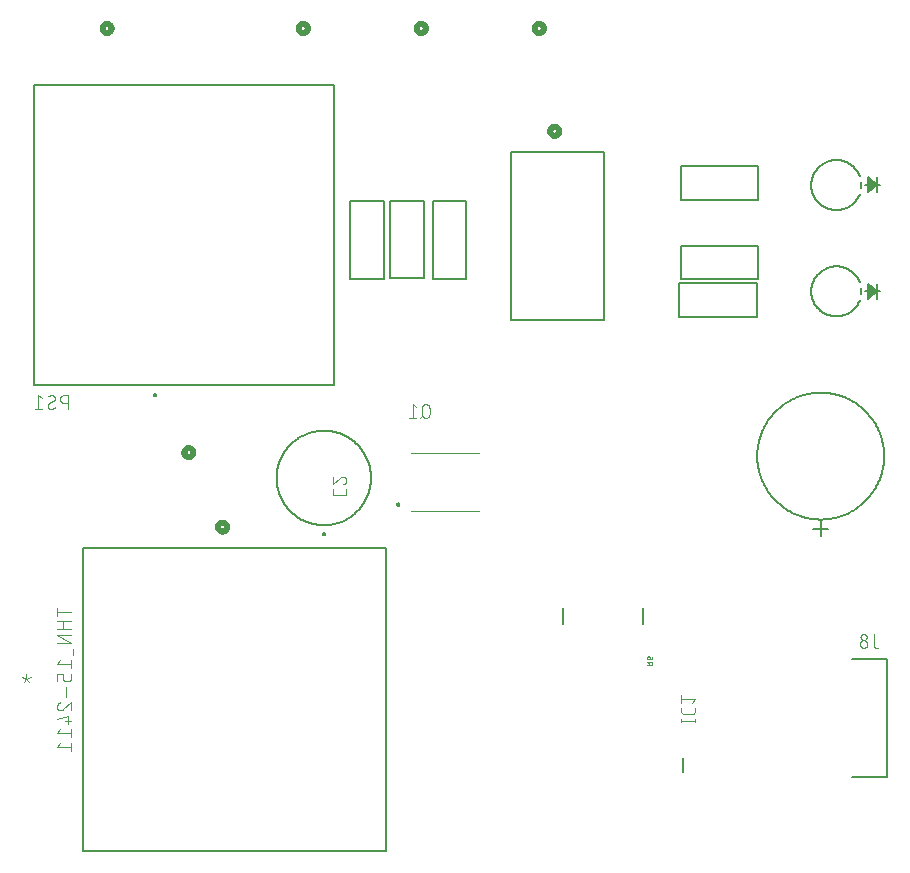
<source format=gbr>
G04 EAGLE Gerber RS-274X export*
G75*
%MOMM*%
%FSLAX34Y34*%
%LPD*%
%INSilkscreen Bottom*%
%IPPOS*%
%AMOC8*
5,1,8,0,0,1.08239X$1,22.5*%
G01*
%ADD10C,0.508000*%
%ADD11C,0.152400*%
%ADD12C,0.200000*%
%ADD13C,0.101600*%
%ADD14C,0.127000*%
%ADD15C,0.050800*%
%ADD16C,0.100000*%
%ADD17C,0.200000*%
%ADD18C,0.076200*%


D10*
X247074Y720000D02*
X247076Y719878D01*
X247082Y719756D01*
X247092Y719634D01*
X247105Y719513D01*
X247123Y719392D01*
X247144Y719272D01*
X247170Y719152D01*
X247199Y719034D01*
X247231Y718916D01*
X247268Y718799D01*
X247308Y718684D01*
X247352Y718570D01*
X247400Y718458D01*
X247451Y718347D01*
X247506Y718238D01*
X247564Y718130D01*
X247626Y718025D01*
X247691Y717922D01*
X247759Y717820D01*
X247831Y717721D01*
X247905Y717625D01*
X247983Y717530D01*
X248064Y717439D01*
X248147Y717349D01*
X248233Y717263D01*
X248323Y717180D01*
X248414Y717099D01*
X248509Y717021D01*
X248605Y716947D01*
X248704Y716875D01*
X248806Y716807D01*
X248909Y716742D01*
X249014Y716680D01*
X249122Y716622D01*
X249231Y716567D01*
X249342Y716516D01*
X249454Y716468D01*
X249568Y716424D01*
X249683Y716384D01*
X249800Y716347D01*
X249918Y716315D01*
X250036Y716286D01*
X250156Y716260D01*
X250276Y716239D01*
X250397Y716221D01*
X250518Y716208D01*
X250640Y716198D01*
X250762Y716192D01*
X250884Y716190D01*
X251006Y716192D01*
X251128Y716198D01*
X251250Y716208D01*
X251371Y716221D01*
X251492Y716239D01*
X251612Y716260D01*
X251732Y716286D01*
X251850Y716315D01*
X251968Y716347D01*
X252085Y716384D01*
X252200Y716424D01*
X252314Y716468D01*
X252426Y716516D01*
X252537Y716567D01*
X252646Y716622D01*
X252754Y716680D01*
X252859Y716742D01*
X252962Y716807D01*
X253064Y716875D01*
X253163Y716947D01*
X253259Y717021D01*
X253354Y717099D01*
X253445Y717180D01*
X253535Y717263D01*
X253621Y717349D01*
X253704Y717439D01*
X253785Y717530D01*
X253863Y717625D01*
X253937Y717721D01*
X254009Y717820D01*
X254077Y717922D01*
X254142Y718025D01*
X254204Y718130D01*
X254262Y718238D01*
X254317Y718347D01*
X254368Y718458D01*
X254416Y718570D01*
X254460Y718684D01*
X254500Y718799D01*
X254537Y718916D01*
X254569Y719034D01*
X254598Y719152D01*
X254624Y719272D01*
X254645Y719392D01*
X254663Y719513D01*
X254676Y719634D01*
X254686Y719756D01*
X254692Y719878D01*
X254694Y720000D01*
X254692Y720122D01*
X254686Y720244D01*
X254676Y720366D01*
X254663Y720487D01*
X254645Y720608D01*
X254624Y720728D01*
X254598Y720848D01*
X254569Y720966D01*
X254537Y721084D01*
X254500Y721201D01*
X254460Y721316D01*
X254416Y721430D01*
X254368Y721542D01*
X254317Y721653D01*
X254262Y721762D01*
X254204Y721870D01*
X254142Y721975D01*
X254077Y722078D01*
X254009Y722180D01*
X253937Y722279D01*
X253863Y722375D01*
X253785Y722470D01*
X253704Y722561D01*
X253621Y722651D01*
X253535Y722737D01*
X253445Y722820D01*
X253354Y722901D01*
X253259Y722979D01*
X253163Y723053D01*
X253064Y723125D01*
X252962Y723193D01*
X252859Y723258D01*
X252754Y723320D01*
X252646Y723378D01*
X252537Y723433D01*
X252426Y723484D01*
X252314Y723532D01*
X252200Y723576D01*
X252085Y723616D01*
X251968Y723653D01*
X251850Y723685D01*
X251732Y723714D01*
X251612Y723740D01*
X251492Y723761D01*
X251371Y723779D01*
X251250Y723792D01*
X251128Y723802D01*
X251006Y723808D01*
X250884Y723810D01*
X250762Y723808D01*
X250640Y723802D01*
X250518Y723792D01*
X250397Y723779D01*
X250276Y723761D01*
X250156Y723740D01*
X250036Y723714D01*
X249918Y723685D01*
X249800Y723653D01*
X249683Y723616D01*
X249568Y723576D01*
X249454Y723532D01*
X249342Y723484D01*
X249231Y723433D01*
X249122Y723378D01*
X249014Y723320D01*
X248909Y723258D01*
X248806Y723193D01*
X248704Y723125D01*
X248605Y723053D01*
X248509Y722979D01*
X248414Y722901D01*
X248323Y722820D01*
X248233Y722737D01*
X248147Y722651D01*
X248064Y722561D01*
X247983Y722470D01*
X247905Y722375D01*
X247831Y722279D01*
X247759Y722180D01*
X247691Y722078D01*
X247626Y721975D01*
X247564Y721870D01*
X247506Y721762D01*
X247451Y721653D01*
X247400Y721542D01*
X247352Y721430D01*
X247308Y721316D01*
X247268Y721201D01*
X247231Y721084D01*
X247199Y720966D01*
X247170Y720848D01*
X247144Y720728D01*
X247123Y720608D01*
X247105Y720487D01*
X247092Y720366D01*
X247082Y720244D01*
X247076Y720122D01*
X247074Y720000D01*
D11*
X570484Y507746D02*
X636016Y507746D01*
X570484Y507746D02*
X570484Y536194D01*
X636016Y536194D01*
X636016Y507746D01*
X636016Y575056D02*
X570484Y575056D01*
X570484Y603504D01*
X636016Y603504D01*
X636016Y575056D01*
X726176Y497540D02*
X736336Y497540D01*
X738876Y497540D01*
X736336Y497540D02*
X736336Y503890D01*
X736336Y497540D02*
X736336Y491190D01*
X736336Y497540D02*
X728716Y503890D01*
X728716Y502620D02*
X736336Y497540D01*
X728716Y501350D01*
X728716Y500080D02*
X736336Y497540D01*
X728716Y498810D01*
X728716Y491190D02*
X736336Y497540D01*
X728716Y492460D01*
X728716Y493730D02*
X736336Y497540D01*
X728716Y495000D01*
X728716Y496270D02*
X736336Y497540D01*
X728716Y503890D02*
X728716Y491190D01*
X722112Y505160D02*
X721916Y505642D01*
X721707Y506118D01*
X721488Y506590D01*
X721257Y507056D01*
X721014Y507516D01*
X720760Y507970D01*
X720496Y508418D01*
X720220Y508859D01*
X719934Y509293D01*
X719638Y509721D01*
X719331Y510141D01*
X719013Y510553D01*
X718686Y510957D01*
X718349Y511354D01*
X718003Y511742D01*
X717647Y512121D01*
X717282Y512492D01*
X716908Y512853D01*
X716526Y513206D01*
X716134Y513548D01*
X715735Y513882D01*
X715328Y514205D01*
X714913Y514519D01*
X714490Y514822D01*
X714060Y515114D01*
X713623Y515397D01*
X713179Y515668D01*
X712729Y515929D01*
X712273Y516178D01*
X711810Y516416D01*
X711342Y516643D01*
X710869Y516859D01*
X710390Y517062D01*
X709907Y517254D01*
X709419Y517435D01*
X708927Y517603D01*
X708430Y517759D01*
X707931Y517903D01*
X707427Y518035D01*
X706921Y518154D01*
X706412Y518261D01*
X705901Y518356D01*
X705387Y518438D01*
X704872Y518508D01*
X704355Y518565D01*
X703836Y518609D01*
X703317Y518641D01*
X702797Y518660D01*
X702277Y518666D01*
X701757Y518660D01*
X701237Y518641D01*
X700718Y518609D01*
X700200Y518564D01*
X699683Y518507D01*
X699167Y518438D01*
X698654Y518355D01*
X698142Y518261D01*
X697633Y518154D01*
X697127Y518034D01*
X696624Y517902D01*
X696124Y517758D01*
X695628Y517602D01*
X695136Y517433D01*
X694648Y517253D01*
X694165Y517061D01*
X693686Y516857D01*
X693213Y516642D01*
X692745Y516415D01*
X692282Y516176D01*
X691826Y515927D01*
X691376Y515666D01*
X690932Y515395D01*
X690495Y515112D01*
X690065Y514820D01*
X689643Y514516D01*
X689228Y514203D01*
X688820Y513879D01*
X688421Y513546D01*
X688030Y513203D01*
X687647Y512851D01*
X687273Y512489D01*
X686909Y512118D01*
X686553Y511739D01*
X686206Y511351D01*
X685870Y510955D01*
X685542Y510550D01*
X685225Y510138D01*
X684918Y509718D01*
X684622Y509291D01*
X684336Y508856D01*
X684060Y508415D01*
X683796Y507967D01*
X683542Y507513D01*
X683300Y507053D01*
X683069Y506587D01*
X682849Y506115D01*
X682641Y505638D01*
X682445Y505157D01*
X682260Y504670D01*
X682087Y504180D01*
X681927Y503685D01*
X681778Y503187D01*
X681642Y502685D01*
X681518Y502179D01*
X681406Y501671D01*
X681307Y501161D01*
X681221Y500648D01*
X681146Y500133D01*
X681085Y499617D01*
X681036Y499099D01*
X680999Y498580D01*
X680976Y498060D01*
X680965Y497540D01*
X680976Y497020D01*
X680999Y496500D01*
X681036Y495981D01*
X681085Y495463D01*
X681146Y494947D01*
X681221Y494432D01*
X681307Y493919D01*
X681406Y493409D01*
X681518Y492901D01*
X681642Y492395D01*
X681778Y491893D01*
X681927Y491395D01*
X682087Y490900D01*
X682260Y490410D01*
X682445Y489923D01*
X682641Y489442D01*
X682849Y488965D01*
X683069Y488493D01*
X683300Y488027D01*
X683542Y487567D01*
X683796Y487113D01*
X684060Y486665D01*
X684336Y486224D01*
X684622Y485789D01*
X684918Y485362D01*
X685225Y484942D01*
X685542Y484530D01*
X685870Y484125D01*
X686206Y483729D01*
X686553Y483341D01*
X686909Y482962D01*
X687273Y482591D01*
X687647Y482229D01*
X688030Y481877D01*
X688421Y481534D01*
X688820Y481201D01*
X689228Y480877D01*
X689643Y480564D01*
X690065Y480260D01*
X690495Y479968D01*
X690932Y479685D01*
X691376Y479414D01*
X691826Y479153D01*
X692282Y478904D01*
X692745Y478665D01*
X693213Y478438D01*
X693686Y478223D01*
X694165Y478019D01*
X694648Y477827D01*
X695136Y477647D01*
X695628Y477478D01*
X696124Y477322D01*
X696624Y477178D01*
X697127Y477046D01*
X697633Y476926D01*
X698142Y476819D01*
X698654Y476725D01*
X699167Y476642D01*
X699683Y476573D01*
X700200Y476516D01*
X700718Y476471D01*
X701237Y476439D01*
X701757Y476420D01*
X702277Y476414D01*
X702797Y476420D01*
X703317Y476439D01*
X703836Y476471D01*
X704355Y476515D01*
X704872Y476572D01*
X705387Y476642D01*
X705901Y476724D01*
X706412Y476819D01*
X706921Y476926D01*
X707427Y477045D01*
X707931Y477177D01*
X708430Y477321D01*
X708927Y477477D01*
X709419Y477645D01*
X709907Y477826D01*
X710390Y478018D01*
X710869Y478221D01*
X711342Y478437D01*
X711810Y478664D01*
X712273Y478902D01*
X712729Y479151D01*
X713179Y479412D01*
X713623Y479683D01*
X714060Y479966D01*
X714490Y480258D01*
X714913Y480561D01*
X715328Y480875D01*
X715735Y481198D01*
X716134Y481532D01*
X716526Y481874D01*
X716908Y482227D01*
X717282Y482588D01*
X717647Y482959D01*
X718003Y483338D01*
X718349Y483726D01*
X718686Y484123D01*
X719013Y484527D01*
X719331Y484939D01*
X719638Y485359D01*
X719934Y485787D01*
X720220Y486221D01*
X720496Y486662D01*
X720760Y487110D01*
X721014Y487564D01*
X721257Y488024D01*
X721488Y488490D01*
X721707Y488962D01*
X721916Y489438D01*
X722112Y489920D01*
X723382Y495000D02*
X723438Y495506D01*
X723481Y496014D01*
X723512Y496522D01*
X723531Y497031D01*
X723537Y497540D01*
X723531Y498049D01*
X723512Y498558D01*
X723481Y499066D01*
X723438Y499574D01*
X723382Y500080D01*
X726176Y587540D02*
X736336Y587540D01*
X738876Y587540D01*
X736336Y587540D02*
X736336Y593890D01*
X736336Y587540D02*
X736336Y581190D01*
X736336Y587540D02*
X728716Y593890D01*
X728716Y592620D02*
X736336Y587540D01*
X728716Y591350D01*
X728716Y590080D02*
X736336Y587540D01*
X728716Y588810D01*
X728716Y581190D02*
X736336Y587540D01*
X728716Y582460D01*
X728716Y583730D02*
X736336Y587540D01*
X728716Y585000D01*
X728716Y586270D02*
X736336Y587540D01*
X728716Y593890D02*
X728716Y581190D01*
X722112Y595160D02*
X721916Y595642D01*
X721707Y596118D01*
X721488Y596590D01*
X721257Y597056D01*
X721014Y597516D01*
X720760Y597970D01*
X720496Y598418D01*
X720220Y598859D01*
X719934Y599293D01*
X719638Y599721D01*
X719331Y600141D01*
X719013Y600553D01*
X718686Y600957D01*
X718349Y601354D01*
X718003Y601742D01*
X717647Y602121D01*
X717282Y602492D01*
X716908Y602853D01*
X716526Y603206D01*
X716134Y603548D01*
X715735Y603882D01*
X715328Y604205D01*
X714913Y604519D01*
X714490Y604822D01*
X714060Y605114D01*
X713623Y605397D01*
X713179Y605668D01*
X712729Y605929D01*
X712273Y606178D01*
X711810Y606416D01*
X711342Y606643D01*
X710869Y606859D01*
X710390Y607062D01*
X709907Y607254D01*
X709419Y607435D01*
X708927Y607603D01*
X708430Y607759D01*
X707931Y607903D01*
X707427Y608035D01*
X706921Y608154D01*
X706412Y608261D01*
X705901Y608356D01*
X705387Y608438D01*
X704872Y608508D01*
X704355Y608565D01*
X703836Y608609D01*
X703317Y608641D01*
X702797Y608660D01*
X702277Y608666D01*
X701757Y608660D01*
X701237Y608641D01*
X700718Y608609D01*
X700200Y608564D01*
X699683Y608507D01*
X699167Y608438D01*
X698654Y608355D01*
X698142Y608261D01*
X697633Y608154D01*
X697127Y608034D01*
X696624Y607902D01*
X696124Y607758D01*
X695628Y607602D01*
X695136Y607433D01*
X694648Y607253D01*
X694165Y607061D01*
X693686Y606857D01*
X693213Y606642D01*
X692745Y606415D01*
X692282Y606176D01*
X691826Y605927D01*
X691376Y605666D01*
X690932Y605395D01*
X690495Y605112D01*
X690065Y604820D01*
X689643Y604516D01*
X689228Y604203D01*
X688820Y603879D01*
X688421Y603546D01*
X688030Y603203D01*
X687647Y602851D01*
X687273Y602489D01*
X686909Y602118D01*
X686553Y601739D01*
X686206Y601351D01*
X685870Y600955D01*
X685542Y600550D01*
X685225Y600138D01*
X684918Y599718D01*
X684622Y599291D01*
X684336Y598856D01*
X684060Y598415D01*
X683796Y597967D01*
X683542Y597513D01*
X683300Y597053D01*
X683069Y596587D01*
X682849Y596115D01*
X682641Y595638D01*
X682445Y595157D01*
X682260Y594670D01*
X682087Y594180D01*
X681927Y593685D01*
X681778Y593187D01*
X681642Y592685D01*
X681518Y592179D01*
X681406Y591671D01*
X681307Y591161D01*
X681221Y590648D01*
X681146Y590133D01*
X681085Y589617D01*
X681036Y589099D01*
X680999Y588580D01*
X680976Y588060D01*
X680965Y587540D01*
X680976Y587020D01*
X680999Y586500D01*
X681036Y585981D01*
X681085Y585463D01*
X681146Y584947D01*
X681221Y584432D01*
X681307Y583919D01*
X681406Y583409D01*
X681518Y582901D01*
X681642Y582395D01*
X681778Y581893D01*
X681927Y581395D01*
X682087Y580900D01*
X682260Y580410D01*
X682445Y579923D01*
X682641Y579442D01*
X682849Y578965D01*
X683069Y578493D01*
X683300Y578027D01*
X683542Y577567D01*
X683796Y577113D01*
X684060Y576665D01*
X684336Y576224D01*
X684622Y575789D01*
X684918Y575362D01*
X685225Y574942D01*
X685542Y574530D01*
X685870Y574125D01*
X686206Y573729D01*
X686553Y573341D01*
X686909Y572962D01*
X687273Y572591D01*
X687647Y572229D01*
X688030Y571877D01*
X688421Y571534D01*
X688820Y571201D01*
X689228Y570877D01*
X689643Y570564D01*
X690065Y570260D01*
X690495Y569968D01*
X690932Y569685D01*
X691376Y569414D01*
X691826Y569153D01*
X692282Y568904D01*
X692745Y568665D01*
X693213Y568438D01*
X693686Y568223D01*
X694165Y568019D01*
X694648Y567827D01*
X695136Y567647D01*
X695628Y567478D01*
X696124Y567322D01*
X696624Y567178D01*
X697127Y567046D01*
X697633Y566926D01*
X698142Y566819D01*
X698654Y566725D01*
X699167Y566642D01*
X699683Y566573D01*
X700200Y566516D01*
X700718Y566471D01*
X701237Y566439D01*
X701757Y566420D01*
X702277Y566414D01*
X702797Y566420D01*
X703317Y566439D01*
X703836Y566471D01*
X704355Y566515D01*
X704872Y566572D01*
X705387Y566642D01*
X705901Y566724D01*
X706412Y566819D01*
X706921Y566926D01*
X707427Y567045D01*
X707931Y567177D01*
X708430Y567321D01*
X708927Y567477D01*
X709419Y567645D01*
X709907Y567826D01*
X710390Y568018D01*
X710869Y568221D01*
X711342Y568437D01*
X711810Y568664D01*
X712273Y568902D01*
X712729Y569151D01*
X713179Y569412D01*
X713623Y569683D01*
X714060Y569966D01*
X714490Y570258D01*
X714913Y570561D01*
X715328Y570875D01*
X715735Y571198D01*
X716134Y571532D01*
X716526Y571874D01*
X716908Y572227D01*
X717282Y572588D01*
X717647Y572959D01*
X718003Y573338D01*
X718349Y573726D01*
X718686Y574123D01*
X719013Y574527D01*
X719331Y574939D01*
X719638Y575359D01*
X719934Y575787D01*
X720220Y576221D01*
X720496Y576662D01*
X720760Y577110D01*
X721014Y577564D01*
X721257Y578024D01*
X721488Y578490D01*
X721707Y578962D01*
X721916Y579438D01*
X722112Y579920D01*
X723382Y585000D02*
X723438Y585506D01*
X723481Y586014D01*
X723512Y586522D01*
X723531Y587031D01*
X723537Y587540D01*
X723531Y588049D01*
X723512Y588558D01*
X723481Y589066D01*
X723438Y589574D01*
X723382Y590080D01*
D10*
X88664Y720000D02*
X88662Y720122D01*
X88656Y720244D01*
X88646Y720366D01*
X88633Y720487D01*
X88615Y720608D01*
X88594Y720728D01*
X88568Y720848D01*
X88539Y720966D01*
X88507Y721084D01*
X88470Y721201D01*
X88430Y721316D01*
X88386Y721430D01*
X88338Y721542D01*
X88287Y721653D01*
X88232Y721762D01*
X88174Y721870D01*
X88112Y721975D01*
X88047Y722078D01*
X87979Y722180D01*
X87907Y722279D01*
X87833Y722375D01*
X87755Y722470D01*
X87674Y722561D01*
X87591Y722651D01*
X87505Y722737D01*
X87415Y722820D01*
X87324Y722901D01*
X87229Y722979D01*
X87133Y723053D01*
X87034Y723125D01*
X86932Y723193D01*
X86829Y723258D01*
X86724Y723320D01*
X86616Y723378D01*
X86507Y723433D01*
X86396Y723484D01*
X86284Y723532D01*
X86170Y723576D01*
X86055Y723616D01*
X85938Y723653D01*
X85820Y723685D01*
X85702Y723714D01*
X85582Y723740D01*
X85462Y723761D01*
X85341Y723779D01*
X85220Y723792D01*
X85098Y723802D01*
X84976Y723808D01*
X84854Y723810D01*
X84732Y723808D01*
X84610Y723802D01*
X84488Y723792D01*
X84367Y723779D01*
X84246Y723761D01*
X84126Y723740D01*
X84006Y723714D01*
X83888Y723685D01*
X83770Y723653D01*
X83653Y723616D01*
X83538Y723576D01*
X83424Y723532D01*
X83312Y723484D01*
X83201Y723433D01*
X83092Y723378D01*
X82984Y723320D01*
X82879Y723258D01*
X82776Y723193D01*
X82674Y723125D01*
X82575Y723053D01*
X82479Y722979D01*
X82384Y722901D01*
X82293Y722820D01*
X82203Y722737D01*
X82117Y722651D01*
X82034Y722561D01*
X81953Y722470D01*
X81875Y722375D01*
X81801Y722279D01*
X81729Y722180D01*
X81661Y722078D01*
X81596Y721975D01*
X81534Y721870D01*
X81476Y721762D01*
X81421Y721653D01*
X81370Y721542D01*
X81322Y721430D01*
X81278Y721316D01*
X81238Y721201D01*
X81201Y721084D01*
X81169Y720966D01*
X81140Y720848D01*
X81114Y720728D01*
X81093Y720608D01*
X81075Y720487D01*
X81062Y720366D01*
X81052Y720244D01*
X81046Y720122D01*
X81044Y720000D01*
X81046Y719878D01*
X81052Y719756D01*
X81062Y719634D01*
X81075Y719513D01*
X81093Y719392D01*
X81114Y719272D01*
X81140Y719152D01*
X81169Y719034D01*
X81201Y718916D01*
X81238Y718799D01*
X81278Y718684D01*
X81322Y718570D01*
X81370Y718458D01*
X81421Y718347D01*
X81476Y718238D01*
X81534Y718130D01*
X81596Y718025D01*
X81661Y717922D01*
X81729Y717820D01*
X81801Y717721D01*
X81875Y717625D01*
X81953Y717530D01*
X82034Y717439D01*
X82117Y717349D01*
X82203Y717263D01*
X82293Y717180D01*
X82384Y717099D01*
X82479Y717021D01*
X82575Y716947D01*
X82674Y716875D01*
X82776Y716807D01*
X82879Y716742D01*
X82984Y716680D01*
X83092Y716622D01*
X83201Y716567D01*
X83312Y716516D01*
X83424Y716468D01*
X83538Y716424D01*
X83653Y716384D01*
X83770Y716347D01*
X83888Y716315D01*
X84006Y716286D01*
X84126Y716260D01*
X84246Y716239D01*
X84367Y716221D01*
X84488Y716208D01*
X84610Y716198D01*
X84732Y716192D01*
X84854Y716190D01*
X84976Y716192D01*
X85098Y716198D01*
X85220Y716208D01*
X85341Y716221D01*
X85462Y716239D01*
X85582Y716260D01*
X85702Y716286D01*
X85820Y716315D01*
X85938Y716347D01*
X86055Y716384D01*
X86170Y716424D01*
X86284Y716468D01*
X86396Y716516D01*
X86507Y716567D01*
X86616Y716622D01*
X86724Y716680D01*
X86829Y716742D01*
X86932Y716807D01*
X87034Y716875D01*
X87133Y716947D01*
X87229Y717021D01*
X87324Y717099D01*
X87415Y717180D01*
X87505Y717263D01*
X87591Y717349D01*
X87674Y717439D01*
X87755Y717530D01*
X87833Y717625D01*
X87907Y717721D01*
X87979Y717820D01*
X88047Y717922D01*
X88112Y718025D01*
X88174Y718130D01*
X88232Y718238D01*
X88287Y718347D01*
X88338Y718458D01*
X88386Y718570D01*
X88430Y718684D01*
X88470Y718799D01*
X88507Y718916D01*
X88539Y719034D01*
X88568Y719152D01*
X88594Y719272D01*
X88615Y719392D01*
X88633Y719513D01*
X88646Y719634D01*
X88656Y719756D01*
X88662Y719878D01*
X88664Y720000D01*
X182670Y301674D02*
X182792Y301672D01*
X182914Y301666D01*
X183036Y301656D01*
X183157Y301643D01*
X183278Y301625D01*
X183398Y301604D01*
X183518Y301578D01*
X183636Y301549D01*
X183754Y301517D01*
X183871Y301480D01*
X183986Y301440D01*
X184100Y301396D01*
X184212Y301348D01*
X184323Y301297D01*
X184432Y301242D01*
X184540Y301184D01*
X184645Y301122D01*
X184748Y301057D01*
X184850Y300989D01*
X184949Y300917D01*
X185045Y300843D01*
X185140Y300765D01*
X185231Y300684D01*
X185321Y300601D01*
X185407Y300515D01*
X185490Y300425D01*
X185571Y300334D01*
X185649Y300239D01*
X185723Y300143D01*
X185795Y300044D01*
X185863Y299942D01*
X185928Y299839D01*
X185990Y299734D01*
X186048Y299626D01*
X186103Y299517D01*
X186154Y299406D01*
X186202Y299294D01*
X186246Y299180D01*
X186286Y299065D01*
X186323Y298948D01*
X186355Y298830D01*
X186384Y298712D01*
X186410Y298592D01*
X186431Y298472D01*
X186449Y298351D01*
X186462Y298230D01*
X186472Y298108D01*
X186478Y297986D01*
X186480Y297864D01*
X186478Y297742D01*
X186472Y297620D01*
X186462Y297498D01*
X186449Y297377D01*
X186431Y297256D01*
X186410Y297136D01*
X186384Y297016D01*
X186355Y296898D01*
X186323Y296780D01*
X186286Y296663D01*
X186246Y296548D01*
X186202Y296434D01*
X186154Y296322D01*
X186103Y296211D01*
X186048Y296102D01*
X185990Y295994D01*
X185928Y295889D01*
X185863Y295786D01*
X185795Y295684D01*
X185723Y295585D01*
X185649Y295489D01*
X185571Y295394D01*
X185490Y295303D01*
X185407Y295213D01*
X185321Y295127D01*
X185231Y295044D01*
X185140Y294963D01*
X185045Y294885D01*
X184949Y294811D01*
X184850Y294739D01*
X184748Y294671D01*
X184645Y294606D01*
X184540Y294544D01*
X184432Y294486D01*
X184323Y294431D01*
X184212Y294380D01*
X184100Y294332D01*
X183986Y294288D01*
X183871Y294248D01*
X183754Y294211D01*
X183636Y294179D01*
X183518Y294150D01*
X183398Y294124D01*
X183278Y294103D01*
X183157Y294085D01*
X183036Y294072D01*
X182914Y294062D01*
X182792Y294056D01*
X182670Y294054D01*
X182548Y294056D01*
X182426Y294062D01*
X182304Y294072D01*
X182183Y294085D01*
X182062Y294103D01*
X181942Y294124D01*
X181822Y294150D01*
X181704Y294179D01*
X181586Y294211D01*
X181469Y294248D01*
X181354Y294288D01*
X181240Y294332D01*
X181128Y294380D01*
X181017Y294431D01*
X180908Y294486D01*
X180800Y294544D01*
X180695Y294606D01*
X180592Y294671D01*
X180490Y294739D01*
X180391Y294811D01*
X180295Y294885D01*
X180200Y294963D01*
X180109Y295044D01*
X180019Y295127D01*
X179933Y295213D01*
X179850Y295303D01*
X179769Y295394D01*
X179691Y295489D01*
X179617Y295585D01*
X179545Y295684D01*
X179477Y295786D01*
X179412Y295889D01*
X179350Y295994D01*
X179292Y296102D01*
X179237Y296211D01*
X179186Y296322D01*
X179138Y296434D01*
X179094Y296548D01*
X179054Y296663D01*
X179017Y296780D01*
X178985Y296898D01*
X178956Y297016D01*
X178930Y297136D01*
X178909Y297256D01*
X178891Y297377D01*
X178878Y297498D01*
X178868Y297620D01*
X178862Y297742D01*
X178860Y297864D01*
X178862Y297986D01*
X178868Y298108D01*
X178878Y298230D01*
X178891Y298351D01*
X178909Y298472D01*
X178930Y298592D01*
X178956Y298712D01*
X178985Y298830D01*
X179017Y298948D01*
X179054Y299065D01*
X179094Y299180D01*
X179138Y299294D01*
X179186Y299406D01*
X179237Y299517D01*
X179292Y299626D01*
X179350Y299734D01*
X179412Y299839D01*
X179477Y299942D01*
X179545Y300044D01*
X179617Y300143D01*
X179691Y300239D01*
X179769Y300334D01*
X179850Y300425D01*
X179933Y300515D01*
X180019Y300601D01*
X180109Y300684D01*
X180200Y300765D01*
X180295Y300843D01*
X180391Y300917D01*
X180490Y300989D01*
X180592Y301057D01*
X180695Y301122D01*
X180800Y301184D01*
X180908Y301242D01*
X181017Y301297D01*
X181128Y301348D01*
X181240Y301396D01*
X181354Y301440D01*
X181469Y301480D01*
X181586Y301517D01*
X181704Y301549D01*
X181822Y301578D01*
X181942Y301604D01*
X182062Y301625D01*
X182183Y301643D01*
X182304Y301656D01*
X182426Y301666D01*
X182548Y301672D01*
X182670Y301674D01*
X157896Y360860D02*
X157894Y360982D01*
X157888Y361104D01*
X157878Y361226D01*
X157865Y361347D01*
X157847Y361468D01*
X157826Y361588D01*
X157800Y361708D01*
X157771Y361826D01*
X157739Y361944D01*
X157702Y362061D01*
X157662Y362176D01*
X157618Y362290D01*
X157570Y362402D01*
X157519Y362513D01*
X157464Y362622D01*
X157406Y362730D01*
X157344Y362835D01*
X157279Y362938D01*
X157211Y363040D01*
X157139Y363139D01*
X157065Y363235D01*
X156987Y363330D01*
X156906Y363421D01*
X156823Y363511D01*
X156737Y363597D01*
X156647Y363680D01*
X156556Y363761D01*
X156461Y363839D01*
X156365Y363913D01*
X156266Y363985D01*
X156164Y364053D01*
X156061Y364118D01*
X155956Y364180D01*
X155848Y364238D01*
X155739Y364293D01*
X155628Y364344D01*
X155516Y364392D01*
X155402Y364436D01*
X155287Y364476D01*
X155170Y364513D01*
X155052Y364545D01*
X154934Y364574D01*
X154814Y364600D01*
X154694Y364621D01*
X154573Y364639D01*
X154452Y364652D01*
X154330Y364662D01*
X154208Y364668D01*
X154086Y364670D01*
X153964Y364668D01*
X153842Y364662D01*
X153720Y364652D01*
X153599Y364639D01*
X153478Y364621D01*
X153358Y364600D01*
X153238Y364574D01*
X153120Y364545D01*
X153002Y364513D01*
X152885Y364476D01*
X152770Y364436D01*
X152656Y364392D01*
X152544Y364344D01*
X152433Y364293D01*
X152324Y364238D01*
X152216Y364180D01*
X152111Y364118D01*
X152008Y364053D01*
X151906Y363985D01*
X151807Y363913D01*
X151711Y363839D01*
X151616Y363761D01*
X151525Y363680D01*
X151435Y363597D01*
X151349Y363511D01*
X151266Y363421D01*
X151185Y363330D01*
X151107Y363235D01*
X151033Y363139D01*
X150961Y363040D01*
X150893Y362938D01*
X150828Y362835D01*
X150766Y362730D01*
X150708Y362622D01*
X150653Y362513D01*
X150602Y362402D01*
X150554Y362290D01*
X150510Y362176D01*
X150470Y362061D01*
X150433Y361944D01*
X150401Y361826D01*
X150372Y361708D01*
X150346Y361588D01*
X150325Y361468D01*
X150307Y361347D01*
X150294Y361226D01*
X150284Y361104D01*
X150278Y360982D01*
X150276Y360860D01*
X150278Y360738D01*
X150284Y360616D01*
X150294Y360494D01*
X150307Y360373D01*
X150325Y360252D01*
X150346Y360132D01*
X150372Y360012D01*
X150401Y359894D01*
X150433Y359776D01*
X150470Y359659D01*
X150510Y359544D01*
X150554Y359430D01*
X150602Y359318D01*
X150653Y359207D01*
X150708Y359098D01*
X150766Y358990D01*
X150828Y358885D01*
X150893Y358782D01*
X150961Y358680D01*
X151033Y358581D01*
X151107Y358485D01*
X151185Y358390D01*
X151266Y358299D01*
X151349Y358209D01*
X151435Y358123D01*
X151525Y358040D01*
X151616Y357959D01*
X151711Y357881D01*
X151807Y357807D01*
X151906Y357735D01*
X152008Y357667D01*
X152111Y357602D01*
X152216Y357540D01*
X152324Y357482D01*
X152433Y357427D01*
X152544Y357376D01*
X152656Y357328D01*
X152770Y357284D01*
X152885Y357244D01*
X153002Y357207D01*
X153120Y357175D01*
X153238Y357146D01*
X153358Y357120D01*
X153478Y357099D01*
X153599Y357081D01*
X153720Y357068D01*
X153842Y357058D01*
X153964Y357052D01*
X154086Y357050D01*
X154208Y357052D01*
X154330Y357058D01*
X154452Y357068D01*
X154573Y357081D01*
X154694Y357099D01*
X154814Y357120D01*
X154934Y357146D01*
X155052Y357175D01*
X155170Y357207D01*
X155287Y357244D01*
X155402Y357284D01*
X155516Y357328D01*
X155628Y357376D01*
X155739Y357427D01*
X155848Y357482D01*
X155956Y357540D01*
X156061Y357602D01*
X156164Y357667D01*
X156266Y357735D01*
X156365Y357807D01*
X156461Y357881D01*
X156556Y357959D01*
X156647Y358040D01*
X156737Y358123D01*
X156823Y358209D01*
X156906Y358299D01*
X156987Y358390D01*
X157065Y358485D01*
X157139Y358581D01*
X157211Y358680D01*
X157279Y358782D01*
X157344Y358885D01*
X157406Y358990D01*
X157464Y359098D01*
X157519Y359207D01*
X157570Y359318D01*
X157618Y359430D01*
X157662Y359544D01*
X157702Y359659D01*
X157739Y359776D01*
X157771Y359894D01*
X157800Y360012D01*
X157826Y360132D01*
X157847Y360252D01*
X157865Y360373D01*
X157878Y360494D01*
X157888Y360616D01*
X157894Y360738D01*
X157896Y360860D01*
D12*
X572780Y102770D02*
X572780Y90770D01*
D13*
X570858Y133742D02*
X582542Y133742D01*
X570858Y132444D02*
X570858Y135040D01*
X582542Y135040D02*
X582542Y132444D01*
X570858Y142204D02*
X570858Y144800D01*
X570858Y142204D02*
X570860Y142105D01*
X570866Y142005D01*
X570875Y141906D01*
X570888Y141808D01*
X570905Y141710D01*
X570926Y141612D01*
X570951Y141516D01*
X570979Y141421D01*
X571011Y141327D01*
X571046Y141234D01*
X571085Y141142D01*
X571128Y141052D01*
X571173Y140964D01*
X571223Y140877D01*
X571275Y140793D01*
X571331Y140710D01*
X571389Y140630D01*
X571451Y140552D01*
X571516Y140477D01*
X571584Y140404D01*
X571654Y140334D01*
X571727Y140266D01*
X571802Y140201D01*
X571880Y140139D01*
X571960Y140081D01*
X572043Y140025D01*
X572127Y139973D01*
X572214Y139923D01*
X572302Y139878D01*
X572392Y139835D01*
X572484Y139796D01*
X572577Y139761D01*
X572671Y139729D01*
X572766Y139701D01*
X572862Y139676D01*
X572960Y139655D01*
X573058Y139638D01*
X573156Y139625D01*
X573255Y139616D01*
X573355Y139610D01*
X573454Y139608D01*
X573454Y139607D02*
X579946Y139607D01*
X579946Y139608D02*
X580045Y139610D01*
X580145Y139616D01*
X580244Y139625D01*
X580342Y139638D01*
X580440Y139655D01*
X580538Y139676D01*
X580634Y139701D01*
X580729Y139729D01*
X580823Y139761D01*
X580916Y139796D01*
X581008Y139835D01*
X581098Y139878D01*
X581186Y139923D01*
X581273Y139973D01*
X581357Y140025D01*
X581440Y140081D01*
X581520Y140139D01*
X581598Y140201D01*
X581673Y140266D01*
X581746Y140334D01*
X581816Y140404D01*
X581884Y140477D01*
X581949Y140552D01*
X582011Y140630D01*
X582069Y140710D01*
X582125Y140793D01*
X582177Y140877D01*
X582227Y140964D01*
X582272Y141052D01*
X582315Y141142D01*
X582354Y141234D01*
X582389Y141326D01*
X582421Y141421D01*
X582449Y141516D01*
X582474Y141612D01*
X582495Y141710D01*
X582512Y141808D01*
X582525Y141906D01*
X582534Y142005D01*
X582540Y142105D01*
X582542Y142204D01*
X582542Y144800D01*
X579946Y149165D02*
X582542Y152411D01*
X570858Y152411D01*
X570858Y155656D02*
X570858Y149165D01*
D14*
X538200Y215660D02*
X538200Y229660D01*
X471200Y229660D02*
X471200Y215660D01*
D15*
X541954Y181514D02*
X546446Y181514D01*
X546446Y182762D01*
X546444Y182831D01*
X546438Y182899D01*
X546429Y182967D01*
X546416Y183035D01*
X546399Y183102D01*
X546378Y183167D01*
X546354Y183232D01*
X546327Y183295D01*
X546296Y183356D01*
X546261Y183416D01*
X546224Y183473D01*
X546183Y183529D01*
X546139Y183582D01*
X546093Y183632D01*
X546043Y183680D01*
X545991Y183725D01*
X545937Y183768D01*
X545881Y183807D01*
X545822Y183843D01*
X545762Y183876D01*
X545699Y183905D01*
X545636Y183931D01*
X545571Y183953D01*
X545504Y183972D01*
X545437Y183987D01*
X545369Y183998D01*
X545301Y184006D01*
X545232Y184010D01*
X545164Y184010D01*
X545095Y184006D01*
X545027Y183998D01*
X544959Y183987D01*
X544892Y183972D01*
X544825Y183953D01*
X544760Y183931D01*
X544697Y183905D01*
X544634Y183876D01*
X544574Y183843D01*
X544515Y183807D01*
X544459Y183768D01*
X544405Y183725D01*
X544353Y183680D01*
X544303Y183632D01*
X544257Y183582D01*
X544213Y183529D01*
X544172Y183473D01*
X544135Y183416D01*
X544100Y183356D01*
X544069Y183295D01*
X544042Y183232D01*
X544018Y183167D01*
X543997Y183102D01*
X543980Y183035D01*
X543967Y182967D01*
X543958Y182899D01*
X543952Y182831D01*
X543950Y182762D01*
X543950Y181514D01*
X543950Y183011D02*
X541954Y184010D01*
X544450Y185981D02*
X544450Y187478D01*
X544449Y187478D02*
X544447Y187538D01*
X544442Y187598D01*
X544433Y187658D01*
X544420Y187717D01*
X544404Y187775D01*
X544384Y187832D01*
X544361Y187888D01*
X544335Y187942D01*
X544305Y187994D01*
X544272Y188045D01*
X544237Y188093D01*
X544198Y188140D01*
X544157Y188184D01*
X544113Y188225D01*
X544066Y188264D01*
X544018Y188299D01*
X543967Y188332D01*
X543915Y188362D01*
X543861Y188388D01*
X543805Y188411D01*
X543748Y188431D01*
X543690Y188447D01*
X543631Y188460D01*
X543571Y188469D01*
X543511Y188474D01*
X543451Y188476D01*
X543451Y188477D02*
X543202Y188477D01*
X543133Y188475D01*
X543065Y188469D01*
X542997Y188460D01*
X542929Y188447D01*
X542862Y188430D01*
X542797Y188409D01*
X542732Y188385D01*
X542669Y188358D01*
X542608Y188327D01*
X542548Y188292D01*
X542491Y188255D01*
X542435Y188214D01*
X542382Y188170D01*
X542332Y188124D01*
X542284Y188074D01*
X542239Y188022D01*
X542196Y187968D01*
X542157Y187912D01*
X542121Y187853D01*
X542088Y187793D01*
X542059Y187730D01*
X542033Y187667D01*
X542011Y187602D01*
X541992Y187535D01*
X541977Y187468D01*
X541966Y187400D01*
X541958Y187332D01*
X541954Y187263D01*
X541954Y187195D01*
X541958Y187126D01*
X541966Y187058D01*
X541977Y186990D01*
X541992Y186923D01*
X542011Y186856D01*
X542033Y186791D01*
X542059Y186728D01*
X542088Y186665D01*
X542121Y186605D01*
X542157Y186546D01*
X542196Y186490D01*
X542239Y186436D01*
X542284Y186384D01*
X542332Y186334D01*
X542382Y186288D01*
X542435Y186244D01*
X542491Y186203D01*
X542548Y186166D01*
X542608Y186131D01*
X542669Y186100D01*
X542732Y186073D01*
X542797Y186049D01*
X542862Y186028D01*
X542929Y186011D01*
X542997Y185998D01*
X543065Y185989D01*
X543133Y185983D01*
X543202Y185981D01*
X544450Y185981D01*
X544450Y185982D02*
X544537Y185984D01*
X544624Y185990D01*
X544711Y185999D01*
X544797Y186012D01*
X544882Y186029D01*
X544967Y186050D01*
X545050Y186074D01*
X545133Y186102D01*
X545214Y186134D01*
X545294Y186169D01*
X545372Y186208D01*
X545448Y186249D01*
X545522Y186295D01*
X545595Y186343D01*
X545665Y186394D01*
X545733Y186449D01*
X545798Y186506D01*
X545861Y186567D01*
X545922Y186630D01*
X545979Y186695D01*
X546034Y186763D01*
X546085Y186833D01*
X546133Y186906D01*
X546179Y186980D01*
X546220Y187056D01*
X546259Y187134D01*
X546294Y187214D01*
X546326Y187295D01*
X546354Y187378D01*
X546378Y187461D01*
X546399Y187546D01*
X546416Y187631D01*
X546429Y187717D01*
X546438Y187804D01*
X546444Y187891D01*
X546446Y187978D01*
D16*
X399870Y311570D02*
X342320Y311570D01*
X342320Y360570D02*
X399870Y360570D01*
D17*
X332420Y317020D03*
D12*
X332418Y316958D01*
X332412Y316897D01*
X332403Y316836D01*
X332390Y316776D01*
X332373Y316717D01*
X332352Y316659D01*
X332328Y316602D01*
X332301Y316547D01*
X332270Y316494D01*
X332236Y316442D01*
X332199Y316393D01*
X332159Y316346D01*
X332116Y316302D01*
X332071Y316261D01*
X332023Y316222D01*
X331972Y316186D01*
X331920Y316154D01*
X331866Y316125D01*
X331810Y316099D01*
X331752Y316077D01*
X331694Y316058D01*
X331634Y316043D01*
X331573Y316032D01*
X331512Y316024D01*
X331451Y316020D01*
X331389Y316020D01*
X331328Y316024D01*
X331267Y316032D01*
X331206Y316043D01*
X331146Y316058D01*
X331088Y316077D01*
X331030Y316099D01*
X330974Y316125D01*
X330920Y316154D01*
X330868Y316186D01*
X330817Y316222D01*
X330769Y316261D01*
X330724Y316302D01*
X330681Y316346D01*
X330641Y316393D01*
X330604Y316442D01*
X330570Y316494D01*
X330539Y316547D01*
X330512Y316602D01*
X330488Y316659D01*
X330467Y316717D01*
X330450Y316776D01*
X330437Y316836D01*
X330428Y316897D01*
X330422Y316958D01*
X330420Y317020D01*
D17*
X330420Y317020D03*
D12*
X330422Y317082D01*
X330428Y317143D01*
X330437Y317204D01*
X330450Y317264D01*
X330467Y317323D01*
X330488Y317381D01*
X330512Y317438D01*
X330539Y317493D01*
X330570Y317546D01*
X330604Y317598D01*
X330641Y317647D01*
X330681Y317694D01*
X330724Y317738D01*
X330769Y317779D01*
X330817Y317818D01*
X330868Y317854D01*
X330920Y317886D01*
X330974Y317915D01*
X331030Y317941D01*
X331088Y317963D01*
X331146Y317982D01*
X331206Y317997D01*
X331267Y318008D01*
X331328Y318016D01*
X331389Y318020D01*
X331451Y318020D01*
X331512Y318016D01*
X331573Y318008D01*
X331634Y317997D01*
X331694Y317982D01*
X331752Y317963D01*
X331810Y317941D01*
X331866Y317915D01*
X331920Y317886D01*
X331972Y317854D01*
X332023Y317818D01*
X332071Y317779D01*
X332116Y317738D01*
X332159Y317694D01*
X332199Y317647D01*
X332236Y317598D01*
X332270Y317546D01*
X332301Y317493D01*
X332328Y317438D01*
X332352Y317381D01*
X332373Y317323D01*
X332390Y317264D01*
X332403Y317204D01*
X332412Y317143D01*
X332418Y317082D01*
X332420Y317020D01*
D13*
X357838Y393474D02*
X357838Y398666D01*
X357836Y398779D01*
X357830Y398892D01*
X357820Y399005D01*
X357806Y399118D01*
X357789Y399230D01*
X357767Y399341D01*
X357742Y399451D01*
X357712Y399561D01*
X357679Y399669D01*
X357642Y399776D01*
X357602Y399882D01*
X357557Y399986D01*
X357509Y400089D01*
X357458Y400190D01*
X357403Y400289D01*
X357345Y400386D01*
X357283Y400481D01*
X357218Y400574D01*
X357150Y400664D01*
X357079Y400752D01*
X357004Y400838D01*
X356927Y400921D01*
X356847Y401001D01*
X356764Y401078D01*
X356678Y401153D01*
X356590Y401224D01*
X356500Y401292D01*
X356407Y401357D01*
X356312Y401419D01*
X356215Y401477D01*
X356116Y401532D01*
X356015Y401583D01*
X355912Y401631D01*
X355808Y401676D01*
X355702Y401716D01*
X355595Y401753D01*
X355487Y401786D01*
X355377Y401816D01*
X355267Y401841D01*
X355156Y401863D01*
X355044Y401880D01*
X354931Y401894D01*
X354818Y401904D01*
X354705Y401910D01*
X354592Y401912D01*
X354479Y401910D01*
X354366Y401904D01*
X354253Y401894D01*
X354140Y401880D01*
X354028Y401863D01*
X353917Y401841D01*
X353807Y401816D01*
X353697Y401786D01*
X353589Y401753D01*
X353482Y401716D01*
X353376Y401676D01*
X353272Y401631D01*
X353169Y401583D01*
X353068Y401532D01*
X352969Y401477D01*
X352872Y401419D01*
X352777Y401357D01*
X352684Y401292D01*
X352594Y401224D01*
X352506Y401153D01*
X352420Y401078D01*
X352337Y401001D01*
X352257Y400921D01*
X352180Y400838D01*
X352105Y400752D01*
X352034Y400664D01*
X351966Y400574D01*
X351901Y400481D01*
X351839Y400386D01*
X351781Y400289D01*
X351726Y400190D01*
X351675Y400089D01*
X351627Y399986D01*
X351582Y399882D01*
X351542Y399776D01*
X351505Y399669D01*
X351472Y399561D01*
X351442Y399451D01*
X351417Y399341D01*
X351395Y399230D01*
X351378Y399118D01*
X351364Y399005D01*
X351354Y398892D01*
X351348Y398779D01*
X351346Y398666D01*
X351346Y393474D01*
X351348Y393361D01*
X351354Y393248D01*
X351364Y393135D01*
X351378Y393022D01*
X351395Y392910D01*
X351417Y392799D01*
X351442Y392689D01*
X351472Y392579D01*
X351505Y392471D01*
X351542Y392364D01*
X351582Y392258D01*
X351627Y392154D01*
X351675Y392051D01*
X351726Y391950D01*
X351781Y391851D01*
X351839Y391754D01*
X351901Y391659D01*
X351966Y391566D01*
X352034Y391476D01*
X352105Y391388D01*
X352180Y391302D01*
X352257Y391219D01*
X352337Y391139D01*
X352420Y391062D01*
X352506Y390987D01*
X352594Y390916D01*
X352684Y390848D01*
X352777Y390783D01*
X352872Y390721D01*
X352969Y390663D01*
X353068Y390608D01*
X353169Y390557D01*
X353272Y390509D01*
X353376Y390464D01*
X353482Y390424D01*
X353589Y390387D01*
X353697Y390354D01*
X353807Y390324D01*
X353917Y390299D01*
X354028Y390277D01*
X354140Y390260D01*
X354253Y390246D01*
X354366Y390236D01*
X354479Y390230D01*
X354592Y390228D01*
X354705Y390230D01*
X354818Y390236D01*
X354931Y390246D01*
X355044Y390260D01*
X355156Y390277D01*
X355267Y390299D01*
X355377Y390324D01*
X355487Y390354D01*
X355595Y390387D01*
X355702Y390424D01*
X355808Y390464D01*
X355912Y390509D01*
X356015Y390557D01*
X356116Y390608D01*
X356215Y390663D01*
X356312Y390721D01*
X356407Y390783D01*
X356500Y390848D01*
X356590Y390916D01*
X356678Y390987D01*
X356764Y391062D01*
X356847Y391139D01*
X356927Y391219D01*
X357004Y391302D01*
X357079Y391388D01*
X357150Y391476D01*
X357218Y391566D01*
X357283Y391659D01*
X357345Y391754D01*
X357403Y391851D01*
X357458Y391950D01*
X357509Y392051D01*
X357557Y392154D01*
X357602Y392258D01*
X357642Y392364D01*
X357679Y392471D01*
X357712Y392579D01*
X357742Y392689D01*
X357767Y392799D01*
X357789Y392910D01*
X357806Y393022D01*
X357820Y393135D01*
X357830Y393248D01*
X357836Y393361D01*
X357838Y393474D01*
X352645Y392824D02*
X350048Y390228D01*
X346694Y399316D02*
X343448Y401912D01*
X343448Y390228D01*
X340203Y390228D02*
X346694Y390228D01*
D11*
X689060Y302968D02*
X689060Y290268D01*
X695410Y296618D02*
X682710Y296618D01*
X689060Y304238D02*
X687752Y304254D01*
X686444Y304302D01*
X685139Y304381D01*
X683835Y304493D01*
X682535Y304636D01*
X681238Y304810D01*
X679946Y305017D01*
X678660Y305254D01*
X677379Y305523D01*
X676106Y305823D01*
X674840Y306154D01*
X673583Y306516D01*
X672335Y306908D01*
X671097Y307330D01*
X669869Y307783D01*
X668653Y308265D01*
X667449Y308777D01*
X666258Y309317D01*
X665080Y309887D01*
X663917Y310485D01*
X662768Y311112D01*
X661635Y311766D01*
X660518Y312447D01*
X659418Y313156D01*
X658336Y313891D01*
X657272Y314652D01*
X656227Y315439D01*
X655201Y316251D01*
X654196Y317088D01*
X653211Y317949D01*
X652247Y318834D01*
X651305Y319742D01*
X650386Y320673D01*
X649490Y321625D01*
X648617Y322600D01*
X647768Y323595D01*
X646943Y324611D01*
X646143Y325646D01*
X645369Y326701D01*
X644621Y327774D01*
X643899Y328865D01*
X643204Y329974D01*
X642536Y331098D01*
X641896Y332239D01*
X641284Y333395D01*
X640700Y334566D01*
X640144Y335751D01*
X639618Y336948D01*
X639121Y338159D01*
X638654Y339381D01*
X638216Y340614D01*
X637809Y341857D01*
X637432Y343110D01*
X637086Y344371D01*
X636770Y345641D01*
X636486Y346918D01*
X636233Y348201D01*
X636011Y349491D01*
X635820Y350785D01*
X635661Y352083D01*
X635534Y353386D01*
X635439Y354690D01*
X635375Y355997D01*
X635343Y357305D01*
X635343Y358613D01*
X635375Y359921D01*
X635439Y361228D01*
X635534Y362532D01*
X635661Y363835D01*
X635820Y365133D01*
X636011Y366427D01*
X636233Y367717D01*
X636486Y369000D01*
X636770Y370277D01*
X637086Y371547D01*
X637432Y372808D01*
X637809Y374061D01*
X638216Y375304D01*
X638654Y376537D01*
X639121Y377759D01*
X639618Y378970D01*
X640144Y380167D01*
X640700Y381352D01*
X641284Y382523D01*
X641896Y383679D01*
X642536Y384819D01*
X643204Y385944D01*
X643899Y387053D01*
X644621Y388144D01*
X645369Y389217D01*
X646143Y390272D01*
X646943Y391307D01*
X647768Y392323D01*
X648617Y393318D01*
X649490Y394293D01*
X650386Y395245D01*
X651305Y396176D01*
X652247Y397084D01*
X653211Y397969D01*
X654196Y398830D01*
X655201Y399667D01*
X656227Y400479D01*
X657272Y401266D01*
X658336Y402027D01*
X659418Y402762D01*
X660518Y403471D01*
X661635Y404152D01*
X662768Y404806D01*
X663917Y405433D01*
X665080Y406031D01*
X666258Y406601D01*
X667449Y407141D01*
X668653Y407653D01*
X669869Y408135D01*
X671097Y408588D01*
X672335Y409010D01*
X673583Y409402D01*
X674840Y409764D01*
X676106Y410095D01*
X677379Y410395D01*
X678660Y410664D01*
X679946Y410901D01*
X681238Y411108D01*
X682535Y411282D01*
X683835Y411425D01*
X685139Y411537D01*
X686444Y411616D01*
X687752Y411664D01*
X689060Y411680D01*
X690368Y411664D01*
X691676Y411616D01*
X692981Y411537D01*
X694285Y411425D01*
X695585Y411282D01*
X696882Y411108D01*
X698174Y410901D01*
X699460Y410664D01*
X700741Y410395D01*
X702014Y410095D01*
X703280Y409764D01*
X704537Y409402D01*
X705785Y409010D01*
X707023Y408588D01*
X708251Y408135D01*
X709467Y407653D01*
X710671Y407141D01*
X711862Y406601D01*
X713040Y406031D01*
X714203Y405433D01*
X715352Y404806D01*
X716485Y404152D01*
X717602Y403471D01*
X718702Y402762D01*
X719784Y402027D01*
X720848Y401266D01*
X721893Y400479D01*
X722919Y399667D01*
X723924Y398830D01*
X724909Y397969D01*
X725873Y397084D01*
X726815Y396176D01*
X727734Y395245D01*
X728630Y394293D01*
X729503Y393318D01*
X730352Y392323D01*
X731177Y391307D01*
X731977Y390272D01*
X732751Y389217D01*
X733499Y388144D01*
X734221Y387053D01*
X734916Y385944D01*
X735584Y384820D01*
X736224Y383679D01*
X736836Y382523D01*
X737420Y381352D01*
X737976Y380167D01*
X738502Y378970D01*
X738999Y377759D01*
X739466Y376537D01*
X739904Y375304D01*
X740311Y374061D01*
X740688Y372808D01*
X741034Y371547D01*
X741350Y370277D01*
X741634Y369000D01*
X741887Y367717D01*
X742109Y366427D01*
X742300Y365133D01*
X742459Y363835D01*
X742586Y362532D01*
X742681Y361228D01*
X742745Y359921D01*
X742777Y358613D01*
X742777Y357305D01*
X742745Y355997D01*
X742681Y354690D01*
X742586Y353386D01*
X742459Y352083D01*
X742300Y350785D01*
X742109Y349491D01*
X741887Y348201D01*
X741634Y346918D01*
X741350Y345641D01*
X741034Y344371D01*
X740688Y343110D01*
X740311Y341857D01*
X739904Y340614D01*
X739466Y339381D01*
X738999Y338159D01*
X738502Y336948D01*
X737976Y335751D01*
X737420Y334566D01*
X736836Y333395D01*
X736224Y332239D01*
X735584Y331099D01*
X734916Y329974D01*
X734221Y328865D01*
X733499Y327774D01*
X732751Y326701D01*
X731977Y325646D01*
X731177Y324611D01*
X730352Y323595D01*
X729503Y322600D01*
X728630Y321625D01*
X727734Y320673D01*
X726815Y319742D01*
X725873Y318834D01*
X724909Y317949D01*
X723924Y317088D01*
X722919Y316251D01*
X721893Y315439D01*
X720848Y314652D01*
X719784Y313891D01*
X718702Y313156D01*
X717602Y312447D01*
X716485Y311766D01*
X715352Y311112D01*
X714203Y310485D01*
X713040Y309887D01*
X711862Y309317D01*
X710671Y308777D01*
X709467Y308265D01*
X708251Y307783D01*
X707023Y307330D01*
X705785Y306908D01*
X704537Y306516D01*
X703280Y306154D01*
X702014Y305823D01*
X700741Y305523D01*
X699460Y305254D01*
X698174Y305017D01*
X696882Y304810D01*
X695585Y304636D01*
X694285Y304493D01*
X692981Y304381D01*
X691676Y304302D01*
X690368Y304254D01*
X689060Y304238D01*
D10*
X454694Y720000D02*
X454692Y719878D01*
X454686Y719756D01*
X454676Y719634D01*
X454663Y719513D01*
X454645Y719392D01*
X454624Y719272D01*
X454598Y719152D01*
X454569Y719034D01*
X454537Y718916D01*
X454500Y718799D01*
X454460Y718684D01*
X454416Y718570D01*
X454368Y718458D01*
X454317Y718347D01*
X454262Y718238D01*
X454204Y718130D01*
X454142Y718025D01*
X454077Y717922D01*
X454009Y717820D01*
X453937Y717721D01*
X453863Y717625D01*
X453785Y717530D01*
X453704Y717439D01*
X453621Y717349D01*
X453535Y717263D01*
X453445Y717180D01*
X453354Y717099D01*
X453259Y717021D01*
X453163Y716947D01*
X453064Y716875D01*
X452962Y716807D01*
X452859Y716742D01*
X452754Y716680D01*
X452646Y716622D01*
X452537Y716567D01*
X452426Y716516D01*
X452314Y716468D01*
X452200Y716424D01*
X452085Y716384D01*
X451968Y716347D01*
X451850Y716315D01*
X451732Y716286D01*
X451612Y716260D01*
X451492Y716239D01*
X451371Y716221D01*
X451250Y716208D01*
X451128Y716198D01*
X451006Y716192D01*
X450884Y716190D01*
X450762Y716192D01*
X450640Y716198D01*
X450518Y716208D01*
X450397Y716221D01*
X450276Y716239D01*
X450156Y716260D01*
X450036Y716286D01*
X449918Y716315D01*
X449800Y716347D01*
X449683Y716384D01*
X449568Y716424D01*
X449454Y716468D01*
X449342Y716516D01*
X449231Y716567D01*
X449122Y716622D01*
X449014Y716680D01*
X448909Y716742D01*
X448806Y716807D01*
X448704Y716875D01*
X448605Y716947D01*
X448509Y717021D01*
X448414Y717099D01*
X448323Y717180D01*
X448233Y717263D01*
X448147Y717349D01*
X448064Y717439D01*
X447983Y717530D01*
X447905Y717625D01*
X447831Y717721D01*
X447759Y717820D01*
X447691Y717922D01*
X447626Y718025D01*
X447564Y718130D01*
X447506Y718238D01*
X447451Y718347D01*
X447400Y718458D01*
X447352Y718570D01*
X447308Y718684D01*
X447268Y718799D01*
X447231Y718916D01*
X447199Y719034D01*
X447170Y719152D01*
X447144Y719272D01*
X447123Y719392D01*
X447105Y719513D01*
X447092Y719634D01*
X447082Y719756D01*
X447076Y719878D01*
X447074Y720000D01*
X447076Y720122D01*
X447082Y720244D01*
X447092Y720366D01*
X447105Y720487D01*
X447123Y720608D01*
X447144Y720728D01*
X447170Y720848D01*
X447199Y720966D01*
X447231Y721084D01*
X447268Y721201D01*
X447308Y721316D01*
X447352Y721430D01*
X447400Y721542D01*
X447451Y721653D01*
X447506Y721762D01*
X447564Y721870D01*
X447626Y721975D01*
X447691Y722078D01*
X447759Y722180D01*
X447831Y722279D01*
X447905Y722375D01*
X447983Y722470D01*
X448064Y722561D01*
X448147Y722651D01*
X448233Y722737D01*
X448323Y722820D01*
X448414Y722901D01*
X448509Y722979D01*
X448605Y723053D01*
X448704Y723125D01*
X448806Y723193D01*
X448909Y723258D01*
X449014Y723320D01*
X449122Y723378D01*
X449231Y723433D01*
X449342Y723484D01*
X449454Y723532D01*
X449568Y723576D01*
X449683Y723616D01*
X449800Y723653D01*
X449918Y723685D01*
X450036Y723714D01*
X450156Y723740D01*
X450276Y723761D01*
X450397Y723779D01*
X450518Y723792D01*
X450640Y723802D01*
X450762Y723808D01*
X450884Y723810D01*
X451006Y723808D01*
X451128Y723802D01*
X451250Y723792D01*
X451371Y723779D01*
X451492Y723761D01*
X451612Y723740D01*
X451732Y723714D01*
X451850Y723685D01*
X451968Y723653D01*
X452085Y723616D01*
X452200Y723576D01*
X452314Y723532D01*
X452426Y723484D01*
X452537Y723433D01*
X452646Y723378D01*
X452754Y723320D01*
X452859Y723258D01*
X452962Y723193D01*
X453064Y723125D01*
X453163Y723053D01*
X453259Y722979D01*
X453354Y722901D01*
X453445Y722820D01*
X453535Y722737D01*
X453621Y722651D01*
X453704Y722561D01*
X453785Y722470D01*
X453863Y722375D01*
X453937Y722279D01*
X454009Y722180D01*
X454077Y722078D01*
X454142Y721975D01*
X454204Y721870D01*
X454262Y721762D01*
X454317Y721653D01*
X454368Y721542D01*
X454416Y721430D01*
X454460Y721316D01*
X454500Y721201D01*
X454537Y721084D01*
X454569Y720966D01*
X454598Y720848D01*
X454624Y720728D01*
X454645Y720608D01*
X454663Y720487D01*
X454676Y720366D01*
X454686Y720244D01*
X454692Y720122D01*
X454694Y720000D01*
X354694Y720000D02*
X354692Y719878D01*
X354686Y719756D01*
X354676Y719634D01*
X354663Y719513D01*
X354645Y719392D01*
X354624Y719272D01*
X354598Y719152D01*
X354569Y719034D01*
X354537Y718916D01*
X354500Y718799D01*
X354460Y718684D01*
X354416Y718570D01*
X354368Y718458D01*
X354317Y718347D01*
X354262Y718238D01*
X354204Y718130D01*
X354142Y718025D01*
X354077Y717922D01*
X354009Y717820D01*
X353937Y717721D01*
X353863Y717625D01*
X353785Y717530D01*
X353704Y717439D01*
X353621Y717349D01*
X353535Y717263D01*
X353445Y717180D01*
X353354Y717099D01*
X353259Y717021D01*
X353163Y716947D01*
X353064Y716875D01*
X352962Y716807D01*
X352859Y716742D01*
X352754Y716680D01*
X352646Y716622D01*
X352537Y716567D01*
X352426Y716516D01*
X352314Y716468D01*
X352200Y716424D01*
X352085Y716384D01*
X351968Y716347D01*
X351850Y716315D01*
X351732Y716286D01*
X351612Y716260D01*
X351492Y716239D01*
X351371Y716221D01*
X351250Y716208D01*
X351128Y716198D01*
X351006Y716192D01*
X350884Y716190D01*
X350762Y716192D01*
X350640Y716198D01*
X350518Y716208D01*
X350397Y716221D01*
X350276Y716239D01*
X350156Y716260D01*
X350036Y716286D01*
X349918Y716315D01*
X349800Y716347D01*
X349683Y716384D01*
X349568Y716424D01*
X349454Y716468D01*
X349342Y716516D01*
X349231Y716567D01*
X349122Y716622D01*
X349014Y716680D01*
X348909Y716742D01*
X348806Y716807D01*
X348704Y716875D01*
X348605Y716947D01*
X348509Y717021D01*
X348414Y717099D01*
X348323Y717180D01*
X348233Y717263D01*
X348147Y717349D01*
X348064Y717439D01*
X347983Y717530D01*
X347905Y717625D01*
X347831Y717721D01*
X347759Y717820D01*
X347691Y717922D01*
X347626Y718025D01*
X347564Y718130D01*
X347506Y718238D01*
X347451Y718347D01*
X347400Y718458D01*
X347352Y718570D01*
X347308Y718684D01*
X347268Y718799D01*
X347231Y718916D01*
X347199Y719034D01*
X347170Y719152D01*
X347144Y719272D01*
X347123Y719392D01*
X347105Y719513D01*
X347092Y719634D01*
X347082Y719756D01*
X347076Y719878D01*
X347074Y720000D01*
X347076Y720122D01*
X347082Y720244D01*
X347092Y720366D01*
X347105Y720487D01*
X347123Y720608D01*
X347144Y720728D01*
X347170Y720848D01*
X347199Y720966D01*
X347231Y721084D01*
X347268Y721201D01*
X347308Y721316D01*
X347352Y721430D01*
X347400Y721542D01*
X347451Y721653D01*
X347506Y721762D01*
X347564Y721870D01*
X347626Y721975D01*
X347691Y722078D01*
X347759Y722180D01*
X347831Y722279D01*
X347905Y722375D01*
X347983Y722470D01*
X348064Y722561D01*
X348147Y722651D01*
X348233Y722737D01*
X348323Y722820D01*
X348414Y722901D01*
X348509Y722979D01*
X348605Y723053D01*
X348704Y723125D01*
X348806Y723193D01*
X348909Y723258D01*
X349014Y723320D01*
X349122Y723378D01*
X349231Y723433D01*
X349342Y723484D01*
X349454Y723532D01*
X349568Y723576D01*
X349683Y723616D01*
X349800Y723653D01*
X349918Y723685D01*
X350036Y723714D01*
X350156Y723740D01*
X350276Y723761D01*
X350397Y723779D01*
X350518Y723792D01*
X350640Y723802D01*
X350762Y723808D01*
X350884Y723810D01*
X351006Y723808D01*
X351128Y723802D01*
X351250Y723792D01*
X351371Y723779D01*
X351492Y723761D01*
X351612Y723740D01*
X351732Y723714D01*
X351850Y723685D01*
X351968Y723653D01*
X352085Y723616D01*
X352200Y723576D01*
X352314Y723532D01*
X352426Y723484D01*
X352537Y723433D01*
X352646Y723378D01*
X352754Y723320D01*
X352859Y723258D01*
X352962Y723193D01*
X353064Y723125D01*
X353163Y723053D01*
X353259Y722979D01*
X353354Y722901D01*
X353445Y722820D01*
X353535Y722737D01*
X353621Y722651D01*
X353704Y722561D01*
X353785Y722470D01*
X353863Y722375D01*
X353937Y722279D01*
X354009Y722180D01*
X354077Y722078D01*
X354142Y721975D01*
X354204Y721870D01*
X354262Y721762D01*
X354317Y721653D01*
X354368Y721542D01*
X354416Y721430D01*
X354460Y721316D01*
X354500Y721201D01*
X354537Y721084D01*
X354569Y720966D01*
X354598Y720848D01*
X354624Y720728D01*
X354645Y720608D01*
X354663Y720487D01*
X354676Y720366D01*
X354686Y720244D01*
X354692Y720122D01*
X354694Y720000D01*
D11*
X290496Y573626D02*
X290496Y508094D01*
X290496Y573626D02*
X318944Y573626D01*
X318944Y508094D01*
X290496Y508094D01*
X505720Y473010D02*
X505720Y615250D01*
X505720Y473010D02*
X426980Y473010D01*
X426980Y615250D01*
X505720Y615250D01*
D10*
X463810Y629220D02*
X463932Y629222D01*
X464054Y629228D01*
X464176Y629238D01*
X464297Y629251D01*
X464418Y629269D01*
X464538Y629290D01*
X464658Y629316D01*
X464776Y629345D01*
X464894Y629377D01*
X465011Y629414D01*
X465126Y629454D01*
X465240Y629498D01*
X465352Y629546D01*
X465463Y629597D01*
X465572Y629652D01*
X465680Y629710D01*
X465785Y629772D01*
X465888Y629837D01*
X465990Y629905D01*
X466089Y629977D01*
X466185Y630051D01*
X466280Y630129D01*
X466371Y630210D01*
X466461Y630293D01*
X466547Y630379D01*
X466630Y630469D01*
X466711Y630560D01*
X466789Y630655D01*
X466863Y630751D01*
X466935Y630850D01*
X467003Y630952D01*
X467068Y631055D01*
X467130Y631160D01*
X467188Y631268D01*
X467243Y631377D01*
X467294Y631488D01*
X467342Y631600D01*
X467386Y631714D01*
X467426Y631829D01*
X467463Y631946D01*
X467495Y632064D01*
X467524Y632182D01*
X467550Y632302D01*
X467571Y632422D01*
X467589Y632543D01*
X467602Y632664D01*
X467612Y632786D01*
X467618Y632908D01*
X467620Y633030D01*
X467618Y633152D01*
X467612Y633274D01*
X467602Y633396D01*
X467589Y633517D01*
X467571Y633638D01*
X467550Y633758D01*
X467524Y633878D01*
X467495Y633996D01*
X467463Y634114D01*
X467426Y634231D01*
X467386Y634346D01*
X467342Y634460D01*
X467294Y634572D01*
X467243Y634683D01*
X467188Y634792D01*
X467130Y634900D01*
X467068Y635005D01*
X467003Y635108D01*
X466935Y635210D01*
X466863Y635309D01*
X466789Y635405D01*
X466711Y635500D01*
X466630Y635591D01*
X466547Y635681D01*
X466461Y635767D01*
X466371Y635850D01*
X466280Y635931D01*
X466185Y636009D01*
X466089Y636083D01*
X465990Y636155D01*
X465888Y636223D01*
X465785Y636288D01*
X465680Y636350D01*
X465572Y636408D01*
X465463Y636463D01*
X465352Y636514D01*
X465240Y636562D01*
X465126Y636606D01*
X465011Y636646D01*
X464894Y636683D01*
X464776Y636715D01*
X464658Y636744D01*
X464538Y636770D01*
X464418Y636791D01*
X464297Y636809D01*
X464176Y636822D01*
X464054Y636832D01*
X463932Y636838D01*
X463810Y636840D01*
X463688Y636838D01*
X463566Y636832D01*
X463444Y636822D01*
X463323Y636809D01*
X463202Y636791D01*
X463082Y636770D01*
X462962Y636744D01*
X462844Y636715D01*
X462726Y636683D01*
X462609Y636646D01*
X462494Y636606D01*
X462380Y636562D01*
X462268Y636514D01*
X462157Y636463D01*
X462048Y636408D01*
X461940Y636350D01*
X461835Y636288D01*
X461732Y636223D01*
X461630Y636155D01*
X461531Y636083D01*
X461435Y636009D01*
X461340Y635931D01*
X461249Y635850D01*
X461159Y635767D01*
X461073Y635681D01*
X460990Y635591D01*
X460909Y635500D01*
X460831Y635405D01*
X460757Y635309D01*
X460685Y635210D01*
X460617Y635108D01*
X460552Y635005D01*
X460490Y634900D01*
X460432Y634792D01*
X460377Y634683D01*
X460326Y634572D01*
X460278Y634460D01*
X460234Y634346D01*
X460194Y634231D01*
X460157Y634114D01*
X460125Y633996D01*
X460096Y633878D01*
X460070Y633758D01*
X460049Y633638D01*
X460031Y633517D01*
X460018Y633396D01*
X460008Y633274D01*
X460002Y633152D01*
X460000Y633030D01*
X460002Y632908D01*
X460008Y632786D01*
X460018Y632664D01*
X460031Y632543D01*
X460049Y632422D01*
X460070Y632302D01*
X460096Y632182D01*
X460125Y632064D01*
X460157Y631946D01*
X460194Y631829D01*
X460234Y631714D01*
X460278Y631600D01*
X460326Y631488D01*
X460377Y631377D01*
X460432Y631268D01*
X460490Y631160D01*
X460552Y631055D01*
X460617Y630952D01*
X460685Y630850D01*
X460757Y630751D01*
X460831Y630655D01*
X460909Y630560D01*
X460990Y630469D01*
X461073Y630379D01*
X461159Y630293D01*
X461249Y630210D01*
X461340Y630129D01*
X461435Y630051D01*
X461531Y629977D01*
X461630Y629905D01*
X461732Y629837D01*
X461835Y629772D01*
X461940Y629710D01*
X462048Y629652D01*
X462157Y629597D01*
X462268Y629546D01*
X462380Y629498D01*
X462494Y629454D01*
X462609Y629414D01*
X462726Y629377D01*
X462844Y629345D01*
X462962Y629316D01*
X463082Y629290D01*
X463202Y629269D01*
X463323Y629251D01*
X463444Y629238D01*
X463566Y629228D01*
X463688Y629222D01*
X463810Y629220D01*
D12*
X124200Y409980D02*
X124202Y410043D01*
X124208Y410105D01*
X124218Y410167D01*
X124231Y410229D01*
X124249Y410289D01*
X124270Y410348D01*
X124295Y410406D01*
X124324Y410462D01*
X124356Y410516D01*
X124391Y410568D01*
X124429Y410617D01*
X124471Y410665D01*
X124515Y410709D01*
X124563Y410751D01*
X124612Y410789D01*
X124664Y410824D01*
X124718Y410856D01*
X124774Y410885D01*
X124832Y410910D01*
X124891Y410931D01*
X124951Y410949D01*
X125013Y410962D01*
X125075Y410972D01*
X125137Y410978D01*
X125200Y410980D01*
X125263Y410978D01*
X125325Y410972D01*
X125387Y410962D01*
X125449Y410949D01*
X125509Y410931D01*
X125568Y410910D01*
X125626Y410885D01*
X125682Y410856D01*
X125736Y410824D01*
X125788Y410789D01*
X125837Y410751D01*
X125885Y410709D01*
X125929Y410665D01*
X125971Y410617D01*
X126009Y410568D01*
X126044Y410516D01*
X126076Y410462D01*
X126105Y410406D01*
X126130Y410348D01*
X126151Y410289D01*
X126169Y410229D01*
X126182Y410167D01*
X126192Y410105D01*
X126198Y410043D01*
X126200Y409980D01*
X126198Y409917D01*
X126192Y409855D01*
X126182Y409793D01*
X126169Y409731D01*
X126151Y409671D01*
X126130Y409612D01*
X126105Y409554D01*
X126076Y409498D01*
X126044Y409444D01*
X126009Y409392D01*
X125971Y409343D01*
X125929Y409295D01*
X125885Y409251D01*
X125837Y409209D01*
X125788Y409171D01*
X125736Y409136D01*
X125682Y409104D01*
X125626Y409075D01*
X125568Y409050D01*
X125509Y409029D01*
X125449Y409011D01*
X125387Y408998D01*
X125325Y408988D01*
X125263Y408982D01*
X125200Y408980D01*
X125137Y408982D01*
X125075Y408988D01*
X125013Y408998D01*
X124951Y409011D01*
X124891Y409029D01*
X124832Y409050D01*
X124774Y409075D01*
X124718Y409104D01*
X124664Y409136D01*
X124612Y409171D01*
X124563Y409209D01*
X124515Y409251D01*
X124471Y409295D01*
X124429Y409343D01*
X124391Y409392D01*
X124356Y409444D01*
X124324Y409498D01*
X124295Y409554D01*
X124270Y409612D01*
X124249Y409671D01*
X124231Y409731D01*
X124218Y409793D01*
X124208Y409855D01*
X124202Y409917D01*
X124200Y409980D01*
D14*
X23000Y418000D02*
X23000Y672000D01*
X277000Y672000D02*
X277000Y418000D01*
X277000Y672000D02*
X23000Y672000D01*
X23000Y418000D02*
X277000Y418000D01*
D13*
X51547Y409492D02*
X51547Y397808D01*
X51547Y409492D02*
X48301Y409492D01*
X48188Y409490D01*
X48075Y409484D01*
X47962Y409474D01*
X47849Y409460D01*
X47737Y409443D01*
X47626Y409421D01*
X47516Y409396D01*
X47406Y409366D01*
X47298Y409333D01*
X47191Y409296D01*
X47085Y409256D01*
X46981Y409211D01*
X46878Y409163D01*
X46777Y409112D01*
X46678Y409057D01*
X46581Y408999D01*
X46486Y408937D01*
X46393Y408872D01*
X46303Y408804D01*
X46215Y408733D01*
X46129Y408658D01*
X46046Y408581D01*
X45966Y408501D01*
X45889Y408418D01*
X45814Y408332D01*
X45743Y408244D01*
X45675Y408154D01*
X45610Y408061D01*
X45548Y407966D01*
X45490Y407869D01*
X45435Y407770D01*
X45384Y407669D01*
X45336Y407566D01*
X45291Y407462D01*
X45251Y407356D01*
X45214Y407249D01*
X45181Y407141D01*
X45151Y407031D01*
X45126Y406921D01*
X45104Y406810D01*
X45087Y406698D01*
X45073Y406585D01*
X45063Y406472D01*
X45057Y406359D01*
X45055Y406246D01*
X45057Y406133D01*
X45063Y406020D01*
X45073Y405907D01*
X45087Y405794D01*
X45104Y405682D01*
X45126Y405571D01*
X45151Y405461D01*
X45181Y405351D01*
X45214Y405243D01*
X45251Y405136D01*
X45291Y405030D01*
X45336Y404926D01*
X45384Y404823D01*
X45435Y404722D01*
X45490Y404623D01*
X45548Y404526D01*
X45610Y404431D01*
X45675Y404338D01*
X45743Y404248D01*
X45814Y404160D01*
X45889Y404074D01*
X45966Y403991D01*
X46046Y403911D01*
X46129Y403834D01*
X46215Y403759D01*
X46303Y403688D01*
X46393Y403620D01*
X46486Y403555D01*
X46581Y403493D01*
X46678Y403435D01*
X46777Y403380D01*
X46878Y403329D01*
X46981Y403281D01*
X47085Y403236D01*
X47191Y403196D01*
X47298Y403159D01*
X47406Y403126D01*
X47516Y403096D01*
X47626Y403071D01*
X47737Y403049D01*
X47849Y403032D01*
X47962Y403018D01*
X48075Y403008D01*
X48188Y403002D01*
X48301Y403000D01*
X48301Y403001D02*
X51547Y403001D01*
X37153Y397808D02*
X37054Y397810D01*
X36954Y397816D01*
X36855Y397825D01*
X36757Y397838D01*
X36659Y397855D01*
X36561Y397876D01*
X36465Y397901D01*
X36370Y397929D01*
X36276Y397961D01*
X36183Y397996D01*
X36091Y398035D01*
X36001Y398078D01*
X35913Y398123D01*
X35826Y398173D01*
X35742Y398225D01*
X35659Y398281D01*
X35579Y398339D01*
X35501Y398401D01*
X35426Y398466D01*
X35353Y398534D01*
X35283Y398604D01*
X35215Y398677D01*
X35150Y398752D01*
X35088Y398830D01*
X35030Y398910D01*
X34974Y398993D01*
X34922Y399077D01*
X34872Y399164D01*
X34827Y399252D01*
X34784Y399342D01*
X34745Y399434D01*
X34710Y399527D01*
X34678Y399621D01*
X34650Y399716D01*
X34625Y399812D01*
X34604Y399910D01*
X34587Y400008D01*
X34574Y400106D01*
X34565Y400205D01*
X34559Y400305D01*
X34557Y400404D01*
X37153Y397808D02*
X37297Y397810D01*
X37442Y397816D01*
X37586Y397825D01*
X37729Y397838D01*
X37873Y397855D01*
X38016Y397876D01*
X38158Y397901D01*
X38299Y397929D01*
X38440Y397961D01*
X38580Y397997D01*
X38719Y398036D01*
X38857Y398079D01*
X38993Y398126D01*
X39129Y398176D01*
X39263Y398230D01*
X39395Y398287D01*
X39526Y398348D01*
X39655Y398412D01*
X39783Y398480D01*
X39909Y398551D01*
X40033Y398625D01*
X40154Y398702D01*
X40274Y398783D01*
X40392Y398866D01*
X40507Y398953D01*
X40620Y399043D01*
X40731Y399136D01*
X40839Y399231D01*
X40945Y399330D01*
X41048Y399431D01*
X40723Y406896D02*
X40721Y406995D01*
X40715Y407095D01*
X40706Y407194D01*
X40693Y407292D01*
X40676Y407390D01*
X40655Y407488D01*
X40630Y407584D01*
X40602Y407679D01*
X40570Y407773D01*
X40535Y407866D01*
X40496Y407958D01*
X40453Y408048D01*
X40408Y408136D01*
X40358Y408223D01*
X40306Y408307D01*
X40250Y408390D01*
X40192Y408470D01*
X40130Y408548D01*
X40065Y408623D01*
X39997Y408696D01*
X39927Y408766D01*
X39854Y408834D01*
X39779Y408899D01*
X39701Y408961D01*
X39621Y409019D01*
X39538Y409075D01*
X39454Y409127D01*
X39367Y409177D01*
X39279Y409222D01*
X39189Y409265D01*
X39097Y409304D01*
X39004Y409339D01*
X38910Y409371D01*
X38815Y409399D01*
X38719Y409424D01*
X38621Y409445D01*
X38523Y409462D01*
X38425Y409475D01*
X38326Y409484D01*
X38226Y409490D01*
X38127Y409492D01*
X37991Y409490D01*
X37855Y409484D01*
X37719Y409475D01*
X37583Y409462D01*
X37448Y409444D01*
X37314Y409424D01*
X37180Y409399D01*
X37046Y409371D01*
X36914Y409338D01*
X36783Y409303D01*
X36652Y409263D01*
X36523Y409220D01*
X36395Y409174D01*
X36269Y409123D01*
X36143Y409070D01*
X36020Y409012D01*
X35898Y408952D01*
X35778Y408888D01*
X35659Y408820D01*
X35543Y408750D01*
X35429Y408676D01*
X35316Y408599D01*
X35206Y408518D01*
X39426Y404624D02*
X39512Y404677D01*
X39596Y404734D01*
X39678Y404793D01*
X39758Y404856D01*
X39835Y404922D01*
X39910Y404990D01*
X39982Y405062D01*
X40051Y405136D01*
X40117Y405213D01*
X40180Y405292D01*
X40240Y405374D01*
X40297Y405458D01*
X40351Y405544D01*
X40401Y405632D01*
X40448Y405722D01*
X40492Y405813D01*
X40531Y405907D01*
X40568Y406001D01*
X40600Y406097D01*
X40629Y406195D01*
X40654Y406293D01*
X40675Y406392D01*
X40693Y406492D01*
X40706Y406592D01*
X40716Y406693D01*
X40722Y406795D01*
X40724Y406896D01*
X35855Y402676D02*
X35769Y402623D01*
X35685Y402566D01*
X35603Y402507D01*
X35523Y402444D01*
X35446Y402378D01*
X35371Y402310D01*
X35299Y402238D01*
X35230Y402164D01*
X35164Y402087D01*
X35101Y402008D01*
X35041Y401926D01*
X34984Y401842D01*
X34930Y401756D01*
X34880Y401668D01*
X34833Y401578D01*
X34789Y401487D01*
X34750Y401393D01*
X34713Y401299D01*
X34681Y401203D01*
X34652Y401105D01*
X34627Y401007D01*
X34606Y400908D01*
X34588Y400808D01*
X34575Y400708D01*
X34565Y400607D01*
X34559Y400505D01*
X34557Y400404D01*
X35855Y402676D02*
X39425Y404624D01*
X29999Y406896D02*
X26754Y409492D01*
X26754Y397808D01*
X29999Y397808D02*
X23508Y397808D01*
D11*
X64280Y23360D02*
X320820Y23360D01*
X64280Y23360D02*
X64280Y279900D01*
X320820Y279900D01*
X320820Y23360D01*
D18*
X16563Y169354D02*
X16563Y173333D01*
X16563Y169354D02*
X14242Y166369D01*
X16563Y169354D02*
X18885Y166369D01*
X16563Y169354D02*
X12916Y170680D01*
X16563Y169354D02*
X20211Y170680D01*
X42401Y226125D02*
X54339Y226125D01*
X42401Y229441D02*
X42401Y222809D01*
X42401Y218392D02*
X54339Y218392D01*
X47707Y218392D02*
X47707Y211760D01*
X42401Y211760D02*
X54339Y211760D01*
X54339Y206200D02*
X42401Y206200D01*
X54339Y199568D01*
X42401Y199568D01*
X55665Y194869D02*
X55665Y189563D01*
X45054Y185245D02*
X42401Y181929D01*
X54339Y181929D01*
X54339Y185245D02*
X54339Y178613D01*
X54339Y173815D02*
X54339Y169836D01*
X54337Y169734D01*
X54331Y169633D01*
X54321Y169532D01*
X54308Y169431D01*
X54290Y169331D01*
X54269Y169232D01*
X54244Y169133D01*
X54215Y169036D01*
X54183Y168939D01*
X54147Y168844D01*
X54107Y168751D01*
X54064Y168659D01*
X54017Y168569D01*
X53966Y168480D01*
X53913Y168394D01*
X53856Y168310D01*
X53796Y168228D01*
X53733Y168148D01*
X53667Y168071D01*
X53598Y167996D01*
X53526Y167924D01*
X53451Y167855D01*
X53374Y167789D01*
X53294Y167726D01*
X53212Y167666D01*
X53128Y167609D01*
X53042Y167556D01*
X52953Y167505D01*
X52863Y167458D01*
X52771Y167415D01*
X52678Y167375D01*
X52583Y167339D01*
X52487Y167307D01*
X52389Y167278D01*
X52291Y167253D01*
X52191Y167232D01*
X52091Y167214D01*
X51990Y167201D01*
X51889Y167191D01*
X51788Y167185D01*
X51686Y167183D01*
X50360Y167183D01*
X50258Y167185D01*
X50157Y167191D01*
X50056Y167201D01*
X49955Y167214D01*
X49855Y167232D01*
X49756Y167253D01*
X49657Y167278D01*
X49560Y167307D01*
X49463Y167339D01*
X49368Y167375D01*
X49275Y167415D01*
X49183Y167458D01*
X49093Y167505D01*
X49004Y167556D01*
X48918Y167609D01*
X48834Y167666D01*
X48752Y167726D01*
X48672Y167789D01*
X48595Y167855D01*
X48520Y167924D01*
X48448Y167996D01*
X48379Y168071D01*
X48313Y168148D01*
X48250Y168228D01*
X48190Y168310D01*
X48133Y168394D01*
X48080Y168480D01*
X48029Y168569D01*
X47982Y168659D01*
X47939Y168751D01*
X47899Y168844D01*
X47863Y168939D01*
X47831Y169036D01*
X47802Y169133D01*
X47777Y169232D01*
X47756Y169331D01*
X47738Y169431D01*
X47725Y169532D01*
X47715Y169633D01*
X47709Y169734D01*
X47707Y169836D01*
X47707Y173815D01*
X42401Y173815D01*
X42401Y167183D01*
X49696Y162286D02*
X49696Y154328D01*
X42400Y145784D02*
X42402Y145677D01*
X42408Y145571D01*
X42417Y145465D01*
X42430Y145359D01*
X42447Y145254D01*
X42468Y145149D01*
X42493Y145046D01*
X42521Y144943D01*
X42553Y144841D01*
X42588Y144741D01*
X42627Y144642D01*
X42670Y144544D01*
X42716Y144448D01*
X42765Y144353D01*
X42818Y144261D01*
X42874Y144170D01*
X42933Y144082D01*
X42995Y143995D01*
X43061Y143911D01*
X43129Y143829D01*
X43200Y143750D01*
X43274Y143673D01*
X43351Y143599D01*
X43430Y143528D01*
X43512Y143460D01*
X43596Y143394D01*
X43683Y143332D01*
X43771Y143273D01*
X43862Y143217D01*
X43954Y143164D01*
X44049Y143115D01*
X44145Y143069D01*
X44243Y143026D01*
X44342Y142987D01*
X44442Y142952D01*
X44544Y142920D01*
X44647Y142892D01*
X44750Y142867D01*
X44855Y142846D01*
X44960Y142829D01*
X45066Y142816D01*
X45172Y142807D01*
X45278Y142801D01*
X45385Y142799D01*
X42401Y145784D02*
X42403Y145905D01*
X42409Y146025D01*
X42418Y146145D01*
X42431Y146265D01*
X42448Y146384D01*
X42469Y146503D01*
X42493Y146621D01*
X42522Y146738D01*
X42553Y146854D01*
X42589Y146970D01*
X42628Y147084D01*
X42671Y147196D01*
X42717Y147308D01*
X42766Y147418D01*
X42820Y147526D01*
X42876Y147632D01*
X42936Y147737D01*
X42999Y147840D01*
X43065Y147940D01*
X43134Y148039D01*
X43207Y148135D01*
X43282Y148229D01*
X43360Y148321D01*
X43442Y148410D01*
X43526Y148497D01*
X43612Y148581D01*
X43701Y148662D01*
X43793Y148740D01*
X43887Y148815D01*
X43984Y148887D01*
X44082Y148957D01*
X44183Y149023D01*
X44286Y149086D01*
X44391Y149145D01*
X44497Y149202D01*
X44606Y149255D01*
X44715Y149304D01*
X44827Y149350D01*
X44940Y149393D01*
X45054Y149431D01*
X47707Y143794D02*
X47627Y143714D01*
X47545Y143636D01*
X47461Y143562D01*
X47373Y143490D01*
X47284Y143422D01*
X47191Y143356D01*
X47097Y143294D01*
X47001Y143236D01*
X46902Y143181D01*
X46802Y143129D01*
X46700Y143081D01*
X46596Y143036D01*
X46491Y142996D01*
X46384Y142959D01*
X46276Y142925D01*
X46167Y142896D01*
X46057Y142870D01*
X45946Y142849D01*
X45835Y142831D01*
X45723Y142817D01*
X45611Y142807D01*
X45498Y142801D01*
X45385Y142799D01*
X47707Y143794D02*
X54339Y149431D01*
X54339Y142799D01*
X51686Y138001D02*
X42401Y135348D01*
X51686Y138001D02*
X51686Y131369D01*
X49033Y133359D02*
X54339Y133359D01*
X45054Y126571D02*
X42401Y123255D01*
X54339Y123255D01*
X54339Y126571D02*
X54339Y119939D01*
X45054Y115141D02*
X42401Y111825D01*
X54339Y111825D01*
X54339Y115141D02*
X54339Y108509D01*
D11*
X360496Y508094D02*
X360496Y573626D01*
X388944Y573626D01*
X388944Y508094D01*
X360496Y508094D01*
X324666Y508474D02*
X324666Y574006D01*
X353114Y574006D01*
X353114Y508474D01*
X324666Y508474D01*
D14*
X228300Y339530D02*
X228312Y340512D01*
X228348Y341493D01*
X228408Y342473D01*
X228493Y343451D01*
X228601Y344426D01*
X228733Y345399D01*
X228889Y346368D01*
X229069Y347334D01*
X229272Y348294D01*
X229499Y349249D01*
X229749Y350199D01*
X230022Y351141D01*
X230319Y352077D01*
X230638Y353006D01*
X230980Y353926D01*
X231345Y354837D01*
X231732Y355740D01*
X232140Y356632D01*
X232571Y357514D01*
X233023Y358386D01*
X233497Y359246D01*
X233991Y360094D01*
X234506Y360930D01*
X235041Y361753D01*
X235597Y362562D01*
X236172Y363358D01*
X236766Y364139D01*
X237380Y364906D01*
X238012Y365657D01*
X238662Y366392D01*
X239330Y367112D01*
X240016Y367814D01*
X240718Y368500D01*
X241438Y369168D01*
X242173Y369818D01*
X242924Y370450D01*
X243691Y371064D01*
X244472Y371658D01*
X245268Y372233D01*
X246077Y372789D01*
X246900Y373324D01*
X247736Y373839D01*
X248584Y374333D01*
X249444Y374807D01*
X250316Y375259D01*
X251198Y375690D01*
X252090Y376098D01*
X252993Y376485D01*
X253904Y376850D01*
X254824Y377192D01*
X255753Y377511D01*
X256689Y377808D01*
X257631Y378081D01*
X258581Y378331D01*
X259536Y378558D01*
X260496Y378761D01*
X261462Y378941D01*
X262431Y379097D01*
X263404Y379229D01*
X264379Y379337D01*
X265357Y379422D01*
X266337Y379482D01*
X267318Y379518D01*
X268300Y379530D01*
X269282Y379518D01*
X270263Y379482D01*
X271243Y379422D01*
X272221Y379337D01*
X273196Y379229D01*
X274169Y379097D01*
X275138Y378941D01*
X276104Y378761D01*
X277064Y378558D01*
X278019Y378331D01*
X278969Y378081D01*
X279911Y377808D01*
X280847Y377511D01*
X281776Y377192D01*
X282696Y376850D01*
X283607Y376485D01*
X284510Y376098D01*
X285402Y375690D01*
X286284Y375259D01*
X287156Y374807D01*
X288016Y374333D01*
X288864Y373839D01*
X289700Y373324D01*
X290523Y372789D01*
X291332Y372233D01*
X292128Y371658D01*
X292909Y371064D01*
X293676Y370450D01*
X294427Y369818D01*
X295162Y369168D01*
X295882Y368500D01*
X296584Y367814D01*
X297270Y367112D01*
X297938Y366392D01*
X298588Y365657D01*
X299220Y364906D01*
X299834Y364139D01*
X300428Y363358D01*
X301003Y362562D01*
X301559Y361753D01*
X302094Y360930D01*
X302609Y360094D01*
X303103Y359246D01*
X303577Y358386D01*
X304029Y357514D01*
X304460Y356632D01*
X304868Y355740D01*
X305255Y354837D01*
X305620Y353926D01*
X305962Y353006D01*
X306281Y352077D01*
X306578Y351141D01*
X306851Y350199D01*
X307101Y349249D01*
X307328Y348294D01*
X307531Y347334D01*
X307711Y346368D01*
X307867Y345399D01*
X307999Y344426D01*
X308107Y343451D01*
X308192Y342473D01*
X308252Y341493D01*
X308288Y340512D01*
X308300Y339530D01*
X308288Y338548D01*
X308252Y337567D01*
X308192Y336587D01*
X308107Y335609D01*
X307999Y334634D01*
X307867Y333661D01*
X307711Y332692D01*
X307531Y331726D01*
X307328Y330766D01*
X307101Y329811D01*
X306851Y328861D01*
X306578Y327919D01*
X306281Y326983D01*
X305962Y326054D01*
X305620Y325134D01*
X305255Y324223D01*
X304868Y323320D01*
X304460Y322428D01*
X304029Y321546D01*
X303577Y320674D01*
X303103Y319814D01*
X302609Y318966D01*
X302094Y318130D01*
X301559Y317307D01*
X301003Y316498D01*
X300428Y315702D01*
X299834Y314921D01*
X299220Y314154D01*
X298588Y313403D01*
X297938Y312668D01*
X297270Y311948D01*
X296584Y311246D01*
X295882Y310560D01*
X295162Y309892D01*
X294427Y309242D01*
X293676Y308610D01*
X292909Y307996D01*
X292128Y307402D01*
X291332Y306827D01*
X290523Y306271D01*
X289700Y305736D01*
X288864Y305221D01*
X288016Y304727D01*
X287156Y304253D01*
X286284Y303801D01*
X285402Y303370D01*
X284510Y302962D01*
X283607Y302575D01*
X282696Y302210D01*
X281776Y301868D01*
X280847Y301549D01*
X279911Y301252D01*
X278969Y300979D01*
X278019Y300729D01*
X277064Y300502D01*
X276104Y300299D01*
X275138Y300119D01*
X274169Y299963D01*
X273196Y299831D01*
X272221Y299723D01*
X271243Y299638D01*
X270263Y299578D01*
X269282Y299542D01*
X268300Y299530D01*
X267318Y299542D01*
X266337Y299578D01*
X265357Y299638D01*
X264379Y299723D01*
X263404Y299831D01*
X262431Y299963D01*
X261462Y300119D01*
X260496Y300299D01*
X259536Y300502D01*
X258581Y300729D01*
X257631Y300979D01*
X256689Y301252D01*
X255753Y301549D01*
X254824Y301868D01*
X253904Y302210D01*
X252993Y302575D01*
X252090Y302962D01*
X251198Y303370D01*
X250316Y303801D01*
X249444Y304253D01*
X248584Y304727D01*
X247736Y305221D01*
X246900Y305736D01*
X246077Y306271D01*
X245268Y306827D01*
X244472Y307402D01*
X243691Y307996D01*
X242924Y308610D01*
X242173Y309242D01*
X241438Y309892D01*
X240718Y310560D01*
X240016Y311246D01*
X239330Y311948D01*
X238662Y312668D01*
X238012Y313403D01*
X237380Y314154D01*
X236766Y314921D01*
X236172Y315702D01*
X235597Y316498D01*
X235041Y317307D01*
X234506Y318130D01*
X233991Y318966D01*
X233497Y319814D01*
X233023Y320674D01*
X232571Y321546D01*
X232140Y322428D01*
X231732Y323320D01*
X231345Y324223D01*
X230980Y325134D01*
X230638Y326054D01*
X230319Y326983D01*
X230022Y327919D01*
X229749Y328861D01*
X229499Y329811D01*
X229272Y330766D01*
X229069Y331726D01*
X228889Y332692D01*
X228733Y333661D01*
X228601Y334634D01*
X228493Y335609D01*
X228408Y336587D01*
X228348Y337567D01*
X228312Y338548D01*
X228300Y339530D01*
D12*
X267300Y292030D02*
X267302Y292093D01*
X267308Y292155D01*
X267318Y292217D01*
X267331Y292279D01*
X267349Y292339D01*
X267370Y292398D01*
X267395Y292456D01*
X267424Y292512D01*
X267456Y292566D01*
X267491Y292618D01*
X267529Y292667D01*
X267571Y292715D01*
X267615Y292759D01*
X267663Y292801D01*
X267712Y292839D01*
X267764Y292874D01*
X267818Y292906D01*
X267874Y292935D01*
X267932Y292960D01*
X267991Y292981D01*
X268051Y292999D01*
X268113Y293012D01*
X268175Y293022D01*
X268237Y293028D01*
X268300Y293030D01*
X268363Y293028D01*
X268425Y293022D01*
X268487Y293012D01*
X268549Y292999D01*
X268609Y292981D01*
X268668Y292960D01*
X268726Y292935D01*
X268782Y292906D01*
X268836Y292874D01*
X268888Y292839D01*
X268937Y292801D01*
X268985Y292759D01*
X269029Y292715D01*
X269071Y292667D01*
X269109Y292618D01*
X269144Y292566D01*
X269176Y292512D01*
X269205Y292456D01*
X269230Y292398D01*
X269251Y292339D01*
X269269Y292279D01*
X269282Y292217D01*
X269292Y292155D01*
X269298Y292093D01*
X269300Y292030D01*
X269298Y291967D01*
X269292Y291905D01*
X269282Y291843D01*
X269269Y291781D01*
X269251Y291721D01*
X269230Y291662D01*
X269205Y291604D01*
X269176Y291548D01*
X269144Y291494D01*
X269109Y291442D01*
X269071Y291393D01*
X269029Y291345D01*
X268985Y291301D01*
X268937Y291259D01*
X268888Y291221D01*
X268836Y291186D01*
X268782Y291154D01*
X268726Y291125D01*
X268668Y291100D01*
X268609Y291079D01*
X268549Y291061D01*
X268487Y291048D01*
X268425Y291038D01*
X268363Y291032D01*
X268300Y291030D01*
X268237Y291032D01*
X268175Y291038D01*
X268113Y291048D01*
X268051Y291061D01*
X267991Y291079D01*
X267932Y291100D01*
X267874Y291125D01*
X267818Y291154D01*
X267764Y291186D01*
X267712Y291221D01*
X267663Y291259D01*
X267615Y291301D01*
X267571Y291345D01*
X267529Y291393D01*
X267491Y291442D01*
X267456Y291494D01*
X267424Y291548D01*
X267395Y291604D01*
X267370Y291662D01*
X267349Y291721D01*
X267331Y291781D01*
X267318Y291843D01*
X267308Y291905D01*
X267302Y291967D01*
X267300Y292030D01*
D13*
X275808Y327217D02*
X275808Y329814D01*
X275808Y327217D02*
X275810Y327118D01*
X275816Y327018D01*
X275825Y326919D01*
X275838Y326821D01*
X275855Y326723D01*
X275876Y326625D01*
X275901Y326529D01*
X275929Y326434D01*
X275961Y326340D01*
X275996Y326247D01*
X276035Y326155D01*
X276078Y326065D01*
X276123Y325977D01*
X276173Y325890D01*
X276225Y325806D01*
X276281Y325723D01*
X276339Y325643D01*
X276401Y325565D01*
X276466Y325490D01*
X276534Y325417D01*
X276604Y325347D01*
X276677Y325279D01*
X276752Y325214D01*
X276830Y325152D01*
X276910Y325094D01*
X276993Y325038D01*
X277077Y324986D01*
X277164Y324936D01*
X277252Y324891D01*
X277342Y324848D01*
X277434Y324809D01*
X277527Y324774D01*
X277621Y324742D01*
X277716Y324714D01*
X277812Y324689D01*
X277910Y324668D01*
X278008Y324651D01*
X278106Y324638D01*
X278205Y324629D01*
X278305Y324623D01*
X278404Y324621D01*
X284896Y324621D01*
X284995Y324623D01*
X285095Y324629D01*
X285194Y324638D01*
X285292Y324651D01*
X285390Y324668D01*
X285488Y324689D01*
X285584Y324714D01*
X285679Y324742D01*
X285773Y324774D01*
X285866Y324809D01*
X285958Y324848D01*
X286048Y324891D01*
X286136Y324936D01*
X286223Y324986D01*
X286307Y325038D01*
X286390Y325094D01*
X286470Y325152D01*
X286548Y325214D01*
X286623Y325279D01*
X286696Y325347D01*
X286766Y325417D01*
X286834Y325490D01*
X286899Y325565D01*
X286961Y325643D01*
X287019Y325723D01*
X287075Y325806D01*
X287127Y325890D01*
X287177Y325977D01*
X287222Y326065D01*
X287265Y326155D01*
X287304Y326247D01*
X287339Y326339D01*
X287371Y326434D01*
X287399Y326529D01*
X287424Y326625D01*
X287445Y326723D01*
X287462Y326821D01*
X287475Y326919D01*
X287484Y327018D01*
X287490Y327118D01*
X287492Y327217D01*
X287492Y329814D01*
X287492Y337749D02*
X287490Y337856D01*
X287484Y337962D01*
X287474Y338068D01*
X287461Y338174D01*
X287443Y338280D01*
X287422Y338384D01*
X287397Y338488D01*
X287368Y338591D01*
X287336Y338692D01*
X287299Y338792D01*
X287259Y338891D01*
X287216Y338989D01*
X287169Y339085D01*
X287118Y339179D01*
X287064Y339271D01*
X287007Y339361D01*
X286947Y339449D01*
X286883Y339534D01*
X286816Y339617D01*
X286746Y339698D01*
X286674Y339776D01*
X286598Y339852D01*
X286520Y339924D01*
X286439Y339994D01*
X286356Y340061D01*
X286271Y340125D01*
X286183Y340185D01*
X286093Y340242D01*
X286001Y340296D01*
X285907Y340347D01*
X285811Y340394D01*
X285713Y340437D01*
X285614Y340477D01*
X285514Y340514D01*
X285413Y340546D01*
X285310Y340575D01*
X285206Y340600D01*
X285102Y340621D01*
X284996Y340639D01*
X284890Y340652D01*
X284784Y340662D01*
X284678Y340668D01*
X284571Y340670D01*
X287492Y337749D02*
X287490Y337628D01*
X287484Y337507D01*
X287474Y337387D01*
X287461Y337266D01*
X287443Y337147D01*
X287422Y337027D01*
X287397Y336909D01*
X287368Y336792D01*
X287335Y336675D01*
X287299Y336560D01*
X287258Y336446D01*
X287215Y336333D01*
X287167Y336221D01*
X287116Y336112D01*
X287061Y336004D01*
X287003Y335897D01*
X286942Y335793D01*
X286877Y335691D01*
X286809Y335591D01*
X286738Y335493D01*
X286664Y335397D01*
X286587Y335304D01*
X286506Y335214D01*
X286423Y335126D01*
X286337Y335041D01*
X286248Y334958D01*
X286157Y334879D01*
X286063Y334802D01*
X285967Y334729D01*
X285869Y334659D01*
X285768Y334592D01*
X285665Y334528D01*
X285560Y334468D01*
X285453Y334411D01*
X285345Y334357D01*
X285235Y334307D01*
X285123Y334261D01*
X285010Y334218D01*
X284895Y334179D01*
X282299Y339697D02*
X282376Y339776D01*
X282457Y339852D01*
X282540Y339925D01*
X282625Y339995D01*
X282713Y340062D01*
X282803Y340126D01*
X282895Y340186D01*
X282990Y340243D01*
X283086Y340297D01*
X283184Y340348D01*
X283284Y340395D01*
X283386Y340439D01*
X283489Y340479D01*
X283593Y340515D01*
X283699Y340547D01*
X283805Y340576D01*
X283913Y340601D01*
X284021Y340623D01*
X284131Y340640D01*
X284240Y340654D01*
X284350Y340663D01*
X284461Y340669D01*
X284571Y340671D01*
X282299Y339697D02*
X275808Y334179D01*
X275808Y340670D01*
D12*
X715240Y186540D02*
X745240Y186540D01*
X745240Y86540D02*
X715240Y86540D01*
X745240Y86540D02*
X745240Y186540D01*
D13*
X733861Y198171D02*
X733861Y207263D01*
X733861Y198171D02*
X733863Y198071D01*
X733869Y197972D01*
X733878Y197873D01*
X733891Y197774D01*
X733909Y197676D01*
X733929Y197579D01*
X733954Y197483D01*
X733982Y197387D01*
X734014Y197293D01*
X734049Y197200D01*
X734088Y197108D01*
X734131Y197018D01*
X734177Y196930D01*
X734226Y196843D01*
X734278Y196759D01*
X734334Y196676D01*
X734393Y196596D01*
X734455Y196518D01*
X734519Y196442D01*
X734587Y196369D01*
X734657Y196299D01*
X734730Y196231D01*
X734806Y196167D01*
X734884Y196105D01*
X734964Y196046D01*
X735047Y195990D01*
X735131Y195938D01*
X735218Y195889D01*
X735306Y195843D01*
X735396Y195800D01*
X735488Y195761D01*
X735581Y195726D01*
X735675Y195694D01*
X735771Y195666D01*
X735867Y195641D01*
X735964Y195621D01*
X736062Y195603D01*
X736161Y195590D01*
X736260Y195581D01*
X736359Y195575D01*
X736459Y195573D01*
X736459Y195574D02*
X737757Y195574D01*
X728585Y198821D02*
X728583Y198933D01*
X728577Y199045D01*
X728568Y199157D01*
X728554Y199268D01*
X728537Y199379D01*
X728516Y199489D01*
X728491Y199598D01*
X728462Y199706D01*
X728430Y199814D01*
X728393Y199920D01*
X728354Y200025D01*
X728310Y200128D01*
X728263Y200230D01*
X728213Y200330D01*
X728159Y200428D01*
X728102Y200525D01*
X728042Y200619D01*
X727978Y200711D01*
X727911Y200801D01*
X727841Y200889D01*
X727768Y200974D01*
X727693Y201057D01*
X727614Y201137D01*
X727533Y201214D01*
X727449Y201288D01*
X727362Y201360D01*
X727274Y201428D01*
X727183Y201493D01*
X727089Y201555D01*
X726994Y201614D01*
X726896Y201670D01*
X726797Y201722D01*
X726696Y201770D01*
X726594Y201815D01*
X726489Y201857D01*
X726384Y201895D01*
X726277Y201929D01*
X726169Y201960D01*
X726061Y201987D01*
X725951Y202010D01*
X725840Y202029D01*
X725729Y202044D01*
X725618Y202056D01*
X725506Y202064D01*
X725394Y202068D01*
X725282Y202068D01*
X725170Y202064D01*
X725058Y202056D01*
X724947Y202044D01*
X724836Y202029D01*
X724725Y202010D01*
X724615Y201987D01*
X724507Y201960D01*
X724399Y201929D01*
X724292Y201895D01*
X724187Y201857D01*
X724082Y201815D01*
X723980Y201770D01*
X723879Y201722D01*
X723780Y201670D01*
X723682Y201614D01*
X723587Y201555D01*
X723493Y201493D01*
X723402Y201428D01*
X723314Y201360D01*
X723227Y201288D01*
X723143Y201214D01*
X723062Y201137D01*
X722983Y201057D01*
X722908Y200974D01*
X722835Y200889D01*
X722765Y200801D01*
X722698Y200711D01*
X722634Y200619D01*
X722574Y200525D01*
X722517Y200428D01*
X722463Y200330D01*
X722413Y200230D01*
X722366Y200128D01*
X722322Y200025D01*
X722283Y199920D01*
X722246Y199814D01*
X722214Y199706D01*
X722185Y199598D01*
X722160Y199489D01*
X722139Y199379D01*
X722122Y199268D01*
X722108Y199157D01*
X722099Y199045D01*
X722093Y198933D01*
X722091Y198821D01*
X722093Y198709D01*
X722099Y198597D01*
X722108Y198485D01*
X722122Y198374D01*
X722139Y198263D01*
X722160Y198153D01*
X722185Y198044D01*
X722214Y197936D01*
X722246Y197828D01*
X722283Y197722D01*
X722322Y197617D01*
X722366Y197514D01*
X722413Y197412D01*
X722463Y197312D01*
X722517Y197214D01*
X722574Y197117D01*
X722634Y197023D01*
X722698Y196931D01*
X722765Y196841D01*
X722835Y196753D01*
X722908Y196668D01*
X722983Y196585D01*
X723062Y196505D01*
X723143Y196428D01*
X723227Y196354D01*
X723314Y196282D01*
X723402Y196214D01*
X723493Y196149D01*
X723587Y196087D01*
X723682Y196028D01*
X723780Y195972D01*
X723879Y195920D01*
X723980Y195872D01*
X724082Y195827D01*
X724187Y195785D01*
X724292Y195747D01*
X724399Y195713D01*
X724507Y195682D01*
X724615Y195655D01*
X724725Y195632D01*
X724836Y195613D01*
X724947Y195598D01*
X725058Y195586D01*
X725170Y195578D01*
X725282Y195574D01*
X725394Y195574D01*
X725506Y195578D01*
X725618Y195586D01*
X725729Y195598D01*
X725840Y195613D01*
X725951Y195632D01*
X726061Y195655D01*
X726169Y195682D01*
X726277Y195713D01*
X726384Y195747D01*
X726489Y195785D01*
X726594Y195827D01*
X726696Y195872D01*
X726797Y195920D01*
X726896Y195972D01*
X726994Y196028D01*
X727089Y196087D01*
X727183Y196149D01*
X727274Y196214D01*
X727362Y196282D01*
X727449Y196354D01*
X727533Y196428D01*
X727614Y196505D01*
X727693Y196585D01*
X727768Y196668D01*
X727841Y196753D01*
X727911Y196841D01*
X727978Y196931D01*
X728042Y197023D01*
X728102Y197117D01*
X728159Y197214D01*
X728213Y197312D01*
X728263Y197412D01*
X728310Y197514D01*
X728354Y197617D01*
X728393Y197722D01*
X728430Y197828D01*
X728462Y197936D01*
X728491Y198044D01*
X728516Y198153D01*
X728537Y198263D01*
X728554Y198374D01*
X728568Y198485D01*
X728577Y198597D01*
X728583Y198709D01*
X728585Y198821D01*
X727936Y204666D02*
X727934Y204767D01*
X727928Y204867D01*
X727918Y204968D01*
X727905Y205067D01*
X727887Y205167D01*
X727866Y205265D01*
X727841Y205363D01*
X727812Y205459D01*
X727779Y205555D01*
X727743Y205649D01*
X727703Y205741D01*
X727660Y205832D01*
X727613Y205921D01*
X727562Y206008D01*
X727509Y206094D01*
X727452Y206177D01*
X727391Y206258D01*
X727328Y206336D01*
X727262Y206412D01*
X727193Y206485D01*
X727121Y206556D01*
X727046Y206623D01*
X726969Y206688D01*
X726889Y206750D01*
X726807Y206809D01*
X726723Y206864D01*
X726637Y206916D01*
X726549Y206965D01*
X726459Y207010D01*
X726367Y207052D01*
X726274Y207090D01*
X726179Y207124D01*
X726083Y207155D01*
X725986Y207182D01*
X725888Y207205D01*
X725789Y207225D01*
X725690Y207240D01*
X725590Y207252D01*
X725489Y207260D01*
X725388Y207264D01*
X725288Y207264D01*
X725187Y207260D01*
X725086Y207252D01*
X724986Y207240D01*
X724887Y207225D01*
X724788Y207205D01*
X724690Y207182D01*
X724593Y207155D01*
X724497Y207124D01*
X724402Y207090D01*
X724309Y207052D01*
X724217Y207010D01*
X724127Y206965D01*
X724039Y206916D01*
X723953Y206864D01*
X723869Y206809D01*
X723787Y206750D01*
X723707Y206688D01*
X723630Y206623D01*
X723555Y206556D01*
X723483Y206485D01*
X723414Y206412D01*
X723348Y206336D01*
X723285Y206258D01*
X723224Y206177D01*
X723167Y206094D01*
X723114Y206008D01*
X723063Y205921D01*
X723016Y205832D01*
X722973Y205741D01*
X722933Y205649D01*
X722897Y205555D01*
X722864Y205459D01*
X722835Y205363D01*
X722810Y205265D01*
X722789Y205167D01*
X722771Y205067D01*
X722758Y204968D01*
X722748Y204867D01*
X722742Y204767D01*
X722740Y204666D01*
X722742Y204565D01*
X722748Y204465D01*
X722758Y204364D01*
X722771Y204265D01*
X722789Y204165D01*
X722810Y204067D01*
X722835Y203969D01*
X722864Y203873D01*
X722897Y203777D01*
X722933Y203683D01*
X722973Y203591D01*
X723016Y203500D01*
X723063Y203411D01*
X723114Y203324D01*
X723167Y203238D01*
X723224Y203155D01*
X723285Y203074D01*
X723348Y202996D01*
X723414Y202920D01*
X723483Y202847D01*
X723555Y202776D01*
X723630Y202709D01*
X723707Y202644D01*
X723787Y202582D01*
X723869Y202523D01*
X723953Y202468D01*
X724039Y202416D01*
X724127Y202367D01*
X724217Y202322D01*
X724309Y202280D01*
X724402Y202242D01*
X724497Y202208D01*
X724593Y202177D01*
X724690Y202150D01*
X724788Y202127D01*
X724887Y202107D01*
X724986Y202092D01*
X725086Y202080D01*
X725187Y202072D01*
X725288Y202068D01*
X725388Y202068D01*
X725489Y202072D01*
X725590Y202080D01*
X725690Y202092D01*
X725789Y202107D01*
X725888Y202127D01*
X725986Y202150D01*
X726083Y202177D01*
X726179Y202208D01*
X726274Y202242D01*
X726367Y202280D01*
X726459Y202322D01*
X726549Y202367D01*
X726637Y202416D01*
X726723Y202468D01*
X726807Y202523D01*
X726889Y202582D01*
X726969Y202644D01*
X727046Y202709D01*
X727121Y202776D01*
X727193Y202847D01*
X727262Y202920D01*
X727328Y202996D01*
X727391Y203074D01*
X727452Y203155D01*
X727509Y203238D01*
X727562Y203324D01*
X727613Y203411D01*
X727660Y203500D01*
X727703Y203591D01*
X727743Y203683D01*
X727779Y203777D01*
X727812Y203873D01*
X727841Y203969D01*
X727866Y204067D01*
X727887Y204165D01*
X727905Y204265D01*
X727918Y204364D01*
X727928Y204465D01*
X727934Y204565D01*
X727936Y204666D01*
D11*
X634916Y504224D02*
X569384Y504224D01*
X634916Y504224D02*
X634916Y475776D01*
X569384Y475776D01*
X569384Y504224D01*
M02*

</source>
